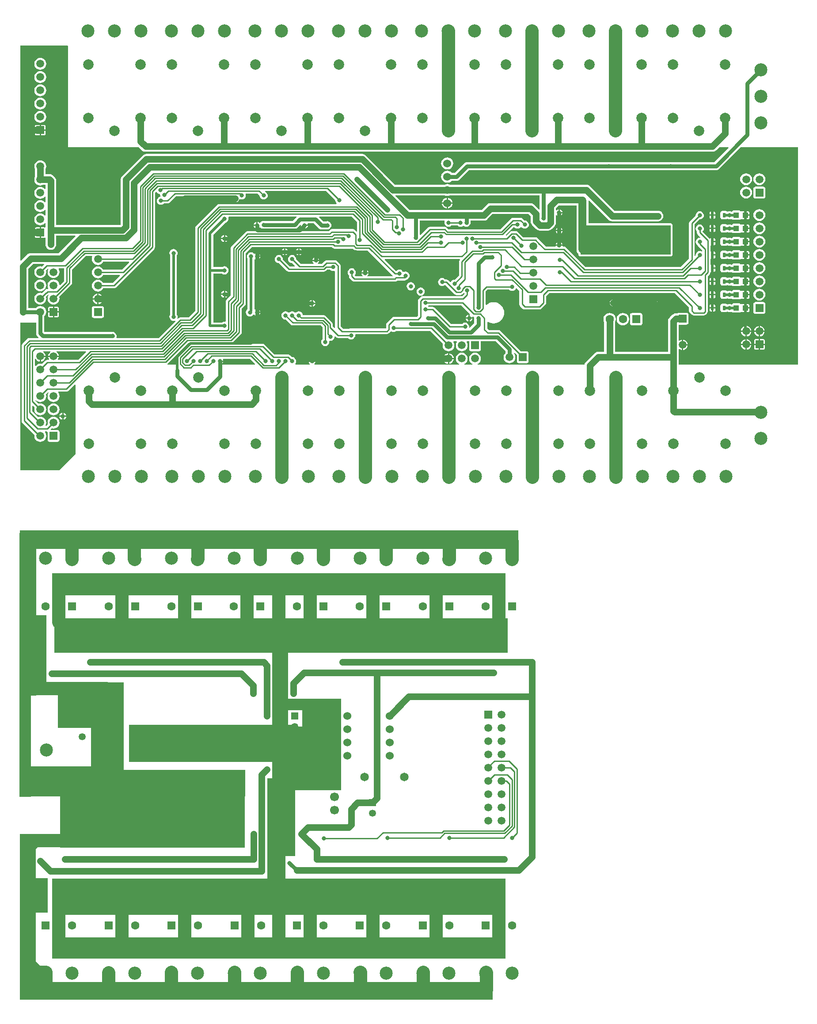
<source format=gbl>
%FSDAX23Y23*%
%MOIN*%
%SFA1B1*%

%IPPOS*%
%ADD12R,0.043300X0.039400*%
%ADD31C,0.059100*%
%ADD36C,0.030000*%
%ADD37C,0.010000*%
%ADD38C,0.050000*%
%ADD39C,0.100000*%
%ADD40C,0.020000*%
%ADD42C,0.040000*%
%ADD47R,0.066900X0.066900*%
%ADD48C,0.066900*%
%ADD49C,0.098400*%
%ADD50R,0.059100X0.059100*%
%ADD51R,0.059100X0.059100*%
%ADD52R,0.063000X0.063000*%
%ADD53C,0.063000*%
%ADD54C,0.053100*%
%ADD55R,0.053100X0.053100*%
%ADD56C,0.065000*%
%ADD57C,0.060000*%
%ADD58C,0.078700*%
%ADD59R,0.072800X0.072800*%
%ADD60C,0.072800*%
%ADD61C,0.053100*%
%ADD62C,0.031500*%
%ADD63R,0.024800X0.032700*%
%ADD64C,0.060000*%
%ADD65R,3.420000X0.160000*%
%ADD66R,3.420000X0.275000*%
%ADD67R,3.420000X0.165000*%
%ADD68R,3.420000X0.260000*%
%ADD69R,0.680000X0.220000*%
%ADD70R,0.120000X1.570000*%
%ADD71R,0.055000X0.510000*%
%ADD72R,1.125000X0.285000*%
%ADD73R,0.770000X0.230000*%
%ADD74R,0.925000X0.205000*%
%ADD75R,1.395000X0.400000*%
%ADD76R,0.245000X0.695000*%
%ADD77R,0.125000X1.225000*%
%ADD78R,0.115000X1.240000*%
%ADD79R,3.570000X0.135000*%
%ADD80R,0.090000X0.815000*%
%ADD81R,0.455000X0.480600*%
%ADD82R,0.440000X0.090000*%
%ADD83R,0.295000X0.170000*%
%ADD84R,0.290000X0.325000*%
%ADD85R,0.085000X0.805000*%
%ADD86R,0.105000X0.530000*%
%ADD87R,3.760000X0.140000*%
%ADD88R,0.075000X0.090000*%
%ADD89R,0.120000X0.260000*%
%LNde-130817-1*%
%LPD*%
G36*
X01615Y08495D02*
Y07735D01*
X02147*
X02171Y07711*
X02179Y07705*
X02189Y07701*
X02200Y07699*
X02790*
X03420*
X04680*
X05305*
X05940*
X06476*
X06486Y07701*
X06496Y07705*
X06504Y07711*
X06528Y07735*
X06596*
X06598Y07730*
X06490Y07622*
X06166*
X06161Y07623*
X06155Y07622*
X05701*
X05696Y07623*
X05690Y07622*
X04626*
X04618Y07621*
X04610Y07618*
X04604Y07613*
X04533Y07542*
X04508*
X04507Y07544*
X04498Y07551*
X04487Y07555*
X04475Y07557*
X04463Y07555*
X04452Y07551*
X04443Y07544*
X04436Y07534*
X04431Y07523*
X04429Y07512*
X04431Y07500*
X04436Y07489*
X04443Y07479*
X04452Y07472*
X04463Y07468*
X04475Y07466*
X04487Y07468*
X04498Y07472*
X04507Y07479*
X04508Y07481*
X04546*
X04553Y07482*
X04561Y07485*
X04567Y07490*
X04638Y07561*
X05690*
X05696Y07561*
X05701Y07561*
X06155*
X06161Y07561*
X06166Y07561*
X06503*
X06510Y07562*
X06518Y07565*
X06524Y07570*
X06688Y07735*
X07120*
Y06095*
X06222*
Y06209*
X06226Y06211*
X06230Y06209*
X06240Y06205*
X06245Y06204*
Y06243*
Y06282*
X06240Y06282*
X06230Y06278*
X06226Y06275*
X06222Y06277*
Y06395*
X06279*
X06285Y06396*
X06290Y06400*
X06294Y06405*
X06295Y06410*
Y06470*
X06294Y06475*
X06290Y06480*
X06285Y06484*
X06279Y06485*
X06220*
X06214Y06484*
X06210Y06480*
X06200*
X06190Y06479*
X06180Y06475*
X06171Y06469*
X06153Y06450*
X06146Y06442*
X06142Y06432*
X06141Y06421*
Y06190*
X05740*
Y06412*
X05740Y06413*
X05745Y06424*
X05747Y06437*
X05745Y06449*
X05740Y06460*
X05733Y06470*
X05723Y06477*
X05712Y06482*
X05700Y06483*
X05688Y06482*
X05676Y06477*
X05667Y06470*
X05659Y06460*
X05655Y06449*
X05653Y06437*
X05655Y06424*
X05659Y06413*
Y06190*
X05615*
X05604Y06189*
X05594Y06184*
X05586Y06178*
X05523Y06115*
X05516Y06106*
X05512Y06097*
X05512Y06095*
X04705*
X04704Y06100*
X04707Y06101*
X04716Y06108*
X04723Y06117*
X04728Y06128*
X04729Y06140*
X04728Y06151*
X04723Y06162*
X04716Y06171*
X04707Y06178*
X04696Y06183*
X04685Y06184*
X04673Y06183*
X04662Y06178*
X04653Y06171*
X04646Y06162*
X04641Y06151*
X04640Y06140*
X04641Y06128*
X04646Y06117*
X04653Y06108*
X04662Y06101*
X04665Y06100*
X04664Y06095*
X04605*
X04604Y06100*
X04607Y06101*
X04616Y06108*
X04623Y06117*
X04628Y06128*
X04629Y06140*
X04628Y06151*
X04623Y06162*
X04616Y06171*
X04607Y06178*
X04596Y06183*
X04585Y06184*
X04573Y06183*
X04562Y06178*
X04553Y06171*
X04546Y06162*
X04541Y06151*
X04540Y06140*
X04541Y06128*
X04546Y06117*
X04553Y06108*
X04562Y06101*
X04565Y06100*
X04564Y06095*
X03473*
X03471Y06100*
X03473Y06101*
X03477Y06107*
X03480Y06113*
X03480Y06115*
X03430*
X03430Y06113*
X03432Y06107*
X03437Y06101*
X03439Y06100*
X03437Y06095*
X03330*
X03328Y06100*
X03331Y06104*
X03335Y06112*
X03336Y06120*
X03335Y06128*
X03331Y06135*
X03326Y06141*
X03320Y06146*
X03313Y06150*
X03305Y06151*
X03303Y06150*
X03288Y06165*
X03282Y06169*
X03274Y06171*
X03172*
X03098Y06245*
X03091Y06249*
X03084Y06251*
X02546*
X02538Y06249*
X02531Y06245*
X02446Y06160*
X02442Y06154*
X02440Y06146*
Y06099*
X02441Y06098*
X02437Y06095*
X02365*
X02363Y06100*
X02364Y06100*
X02521Y06257*
X02844*
X02852Y06259*
X02859Y06263*
X02919Y06323*
X02923Y06330*
X02925Y06338*
Y06516*
X02949Y06540*
X02953Y06547*
X02955Y06555*
Y06934*
X03000Y06979*
X03606*
X03611Y06974*
X03617Y06970*
X03625Y06968*
X03762*
X03770Y06960*
X03777Y06956*
X03785Y06954*
X03876*
X04065Y06765*
X04065Y06763*
X04064Y06760*
X03873*
X03871Y06765*
X03873Y06766*
X03877Y06772*
X03880Y06778*
X03880Y06780*
X03829*
X03829Y06778*
X03832Y06772*
X03836Y06766*
X03838Y06765*
X03836Y06760*
X03783*
X03776Y06767*
Y06768*
X03781Y06774*
X03785Y06782*
X03786Y06790*
X03785Y06798*
X03781Y06805*
X03776Y06811*
X03770Y06816*
X03763Y06820*
X03755Y06821*
X03747Y06820*
X03739Y06816*
X03733Y06811*
X03728Y06805*
X03725Y06798*
X03724Y06790*
X03725Y06782*
X03728Y06774*
X03733Y06768*
X03734Y06766*
Y06760*
X03736Y06752*
X03740Y06745*
X03760Y06725*
X03767Y06721*
X03775Y06719*
X04080*
X04087Y06721*
X04094Y06725*
X04097Y06728*
X04154*
X04162Y06730*
X04168Y06734*
X04169Y06735*
X04175Y06738*
X04181Y06743*
X04186Y06749*
X04190Y06757*
X04191Y06765*
X04190Y06773*
X04186Y06780*
X04181Y06786*
X04175Y06791*
X04168Y06795*
X04160Y06796*
X04152Y06795*
X04148Y06793*
X04141Y06795*
X04136Y06801*
X04130Y06806*
X04123Y06810*
X04115Y06811*
X04107Y06810*
X04099Y06806*
X04093Y06801*
X04087Y06801*
X04003Y06885*
X04005Y06889*
X04569*
X04571Y06885*
X04570Y06884*
X04566Y06877*
X04564Y06870*
Y06768*
X04531Y06735*
X04530Y06736*
X04522Y06735*
X04514Y06731*
X04508Y06726*
X04503Y06720*
X04502Y06717*
X04497Y06716*
X04482Y06731*
X04475Y06735*
X04468Y06737*
X04460*
X04458Y06738*
X04452Y06743*
X04445Y06747*
X04437Y06748*
X04429Y06747*
X04421Y06743*
X04415Y06738*
X04410Y06732*
X04407Y06725*
X04406Y06717*
X04407Y06709*
X04410Y06701*
X04415Y06695*
X04421Y06690*
X04429Y06687*
X04437Y06686*
X04445Y06687*
X04452Y06690*
X04458Y06695*
X04461Y06695*
X04531Y06624*
X04537Y06620*
X04545Y06618*
X04572*
X04580Y06620*
X04581Y06620*
X04582Y06621*
X04589Y06625*
X04597Y06633*
X04602Y06633*
X04603Y06633*
X04603Y06632*
X04603Y06627*
X04587Y06611*
X04290*
X04282Y06609*
X04276Y06605*
X04260Y06589*
X04256Y06582*
X04254Y06575*
Y06463*
X04246Y06455*
X04075*
X04067Y06453*
X04060Y06449*
X04020Y06409*
X04016Y06402*
X04014Y06395*
Y06368*
X04012Y06366*
X03737*
X03733Y06365*
X03688*
X03670Y06383*
Y06840*
X03668Y06847*
X03664Y06854*
X03643Y06875*
X03637Y06879*
X03629Y06881*
X03565*
X03557Y06879*
X03550Y06875*
X03529Y06853*
X03500*
X03498Y06858*
X03501Y06860*
X03505Y06866*
X03508Y06872*
X03508Y06874*
X03457*
X03457Y06872*
X03460Y06866*
X03464Y06860*
X03467Y06858*
X03465Y06853*
X03370*
X03335Y06888*
X03336Y06890*
X03335Y06898*
X03331Y06905*
X03326Y06911*
X03320Y06916*
X03313Y06920*
X03305Y06921*
X03297Y06920*
X03289Y06916*
X03283Y06911*
X03278Y06905*
X03275Y06898*
X03274Y06890*
X03275Y06882*
X03278Y06874*
X03283Y06868*
X03289Y06863*
X03297Y06860*
X03305Y06859*
X03306Y06859*
X03326Y06840*
X03324Y06835*
X03288*
X03235Y06888*
X03236Y06890*
X03235Y06898*
X03231Y06905*
X03226Y06911*
X03220Y06916*
X03213Y06920*
X03205Y06921*
X03197Y06920*
X03189Y06916*
X03183Y06911*
X03178Y06905*
X03175Y06898*
X03174Y06890*
X03175Y06882*
X03178Y06874*
X03183Y06868*
X03189Y06863*
X03197Y06860*
X03205Y06859*
X03206Y06859*
X03265Y06800*
X03272Y06796*
X03280Y06794*
X03545*
X03552Y06796*
X03559Y06800*
X03568Y06809*
X03591*
X03593Y06808*
X03599Y06803*
X03607Y06800*
X03615Y06799*
X03623Y06800*
X03625Y06801*
X03629Y06798*
Y06375*
X03630Y06371*
X03625Y06369*
X03611Y06383*
Y06399*
X03609Y06407*
X03605Y06414*
X03559Y06460*
X03552Y06464*
X03544Y06466*
X03386*
X03385Y06473*
X03382Y06480*
X03377Y06486*
X03370Y06491*
X03363Y06495*
X03355Y06496*
X03347Y06495*
X03339Y06491*
X03333Y06486*
X03332Y06486*
X03327*
X03326Y06486*
X03320Y06491*
X03313Y06495*
X03305Y06496*
X03297Y06495*
X03289Y06491*
X03283Y06487*
X03281Y06486*
X03278*
X03276Y06487*
X03270Y06491*
X03263Y06495*
X03255Y06496*
X03247Y06495*
X03239Y06491*
X03233Y06486*
X03228Y06480*
X03225Y06473*
X03224Y06465*
X03225Y06457*
X03228Y06449*
X03233Y06443*
X03239Y06438*
X03247Y06435*
X03255Y06434*
X03257Y06434*
X03295Y06395*
X03302Y06391*
X03310Y06389*
X03521*
X03534Y06376*
Y06288*
X03533Y06286*
X03528Y06280*
X03525Y06273*
X03524Y06265*
X03525Y06257*
X03528Y06249*
X03533Y06243*
X03539Y06238*
X03547Y06235*
X03555Y06234*
X03563Y06235*
X03570Y06238*
X03576Y06243*
X03581Y06249*
X03585Y06257*
X03586Y06265*
X03585Y06270*
X03585Y06270*
X03589Y06274*
X03589Y06274*
X03595Y06274*
X03603Y06275*
X03610Y06278*
X03616Y06283*
X03621Y06289*
X03625Y06297*
X03625Y06304*
X03630Y06306*
X03636Y06300*
X03643Y06296*
X03651Y06294*
X03726*
X03728Y06293*
X03734Y06288*
X03742Y06285*
X03750Y06284*
X03758Y06285*
X03765Y06288*
X03771Y06293*
X03776Y06299*
X03780Y06307*
X03781Y06315*
X03780Y06320*
X03783Y06325*
X04020*
X04028Y06326*
X04035Y06331*
X04049Y06345*
X04051Y06345*
X04054Y06343*
X04062Y06340*
X04070Y06339*
X04078Y06340*
X04085Y06343*
X04091Y06348*
X04092Y06348*
X04347*
X04442Y06253*
X04441Y06251*
X04440Y06240*
X04441Y06228*
X04446Y06217*
X04453Y06208*
X04462Y06201*
X04473Y06196*
X04485Y06195*
X04496Y06196*
X04507Y06201*
X04516Y06208*
X04523Y06217*
X04528Y06228*
X04529Y06240*
X04528Y06251*
X04523Y06262*
X04521Y06265*
X04524Y06269*
X04546*
X04548Y06265*
X04546Y06262*
X04541Y06251*
X04540Y06240*
X04541Y06228*
X04546Y06217*
X04553Y06208*
X04562Y06201*
X04573Y06196*
X04585Y06195*
X04596Y06196*
X04607Y06201*
X04616Y06208*
X04623Y06217*
X04628Y06228*
X04629Y06240*
X04628Y06251*
X04623Y06262*
X04621Y06265*
X04624Y06269*
X04640*
X04640Y06269*
Y06210*
X04641Y06204*
X04644Y06199*
X04649Y06196*
X04655Y06195*
X04714*
X04720Y06196*
X04725Y06199*
X04728Y06204*
X04729Y06210*
Y06269*
X04730Y06269*
X04842*
X04914Y06197*
Y06182*
X04913Y06181*
X04906Y06172*
X04901Y06161*
X04900Y06150*
X04901Y06138*
X04906Y06127*
X04913Y06118*
X04922Y06111*
X04933Y06106*
X04945Y06105*
X04956Y06106*
X04967Y06111*
X04976Y06118*
X04983Y06127*
X04988Y06138*
X04989Y06150*
X04988Y06161*
X04983Y06172*
X04978Y06180*
X04978Y06180*
X04983Y06182*
X05000Y06166*
Y06120*
X05001Y06114*
X05004Y06109*
X05009Y06106*
X05015Y06105*
X05074*
X05080Y06106*
X05085Y06109*
X05088Y06114*
X05089Y06120*
Y06179*
X05088Y06185*
X05085Y06190*
X05080Y06193*
X05074Y06194*
X05029*
X04874Y06349*
X04867Y06353*
X04860Y06355*
X04788*
X04777Y06366*
Y06414*
X04782Y06417*
X04794Y06410*
X04809Y06406*
X04825Y06404*
X04840Y06406*
X04855Y06410*
X04869Y06418*
X04882Y06428*
X04892Y06440*
X04899Y06454*
X04904Y06469*
X04905Y06485*
X04904Y06500*
X04899Y06515*
X04892Y06529*
X04882Y06542*
X04869Y06552*
X04855Y06559*
X04840Y06564*
X04825Y06565*
X04809Y06564*
X04794Y06559*
X04780Y06552*
X04770Y06543*
X04765Y06546*
Y06646*
X04778Y06659*
X04941*
X04943Y06658*
X04949Y06653*
X04957Y06650*
X04965Y06649*
X04973Y06650*
X04980Y06653*
X04986Y06658*
X04991Y06664*
X04994Y06669*
X04999Y06671*
X05019Y06651*
Y06550*
X05021Y06542*
X05025Y06535*
X05045Y06515*
X05052Y06511*
X05060Y06509*
X05170*
X05177Y06511*
X05184Y06515*
X05215Y06546*
X05220Y06553*
X05221Y06561*
Y06612*
X05243Y06634*
X06191*
X06299Y06526*
Y06500*
X06301Y06492*
X06305Y06485*
X06320Y06470*
X06327Y06466*
X06335Y06464*
X06410*
X06417Y06466*
X06424Y06470*
X06434Y06480*
X06438Y06487*
X06440Y06495*
Y06761*
X06454Y06775*
X06458Y06782*
X06460Y06790*
Y06792*
X06464Y06795*
X06471*
Y06822*
Y06848*
X06464*
X06460Y06851*
Y06892*
X06464Y06895*
X06471*
Y06922*
Y06948*
X06464*
X06460Y06951*
Y06992*
X06464Y06995*
X06471*
Y07022*
Y07048*
X06464*
X06460Y07047*
X06456Y07045*
X06451Y07047*
X06401Y07097*
Y07098*
X06406Y07104*
X06410Y07112*
X06411Y07120*
X06410Y07128*
X06406Y07135*
X06401Y07141*
X06395Y07146*
X06388Y07150*
X06380Y07151*
X06372Y07150*
X06364Y07146*
X06358Y07141*
X06353Y07135*
X06350Y07128*
X06349Y07120*
X06350Y07112*
X06353Y07104*
X06358Y07098*
X06359Y07096*
Y07090*
X06361Y07082*
X06365Y07075*
X06385Y07055*
X06383Y07050*
X06380Y07051*
X06372Y07050*
X06364Y07046*
X06358Y07041*
X06353Y07035*
X06350Y07028*
X06349Y07020*
X06350Y07012*
X06353Y07004*
X06358Y06998*
X06363Y06994*
X06365Y06990*
X06399Y06956*
Y06949*
X06394Y06947*
X06388Y06950*
X06380Y06951*
X06372Y06950*
X06364Y06946*
X06358Y06941*
X06353Y06935*
X06350Y06928*
X06349Y06920*
X06349Y06917*
X06345Y06913*
X06340Y06915*
Y07151*
X06378Y07189*
X06380Y07189*
X06388Y07190*
X06395Y07193*
X06401Y07198*
X06406Y07204*
X06410Y07212*
X06411Y07220*
X06410Y07228*
X06406Y07235*
X06401Y07241*
X06395Y07246*
X06388Y07250*
X06380Y07251*
X06372Y07250*
X06364Y07246*
X06358Y07241*
X06353Y07235*
X06350Y07228*
X06349Y07220*
X06349Y07218*
X06305Y07174*
X06301Y07167*
X06299Y07160*
Y06893*
X06236Y06830*
X05518*
X05370Y06978*
X05363Y06983*
X05355Y06984*
X05347*
X05344Y06989*
X05344Y06990*
X05293*
Y06989*
X05290Y06984*
X05219*
X05184Y07019*
X05184Y07019*
X05158Y07045*
X05157Y07046*
X05154Y07049*
X05147Y07053*
X05140Y07055*
X05048*
X05008Y07095*
X05002Y07099*
X04994Y07101*
X04962*
X04954Y07099*
X04947Y07095*
X04920Y07067*
X04918Y07067*
X04917Y07073*
X04973Y07129*
X04981*
X04983Y07128*
X04989Y07123*
X04997Y07120*
X05005Y07119*
X05013Y07120*
X05020Y07123*
X05026Y07128*
X05029Y07131*
X05035*
X05038Y07128*
X05044Y07123*
X05052Y07120*
X05060Y07119*
X05068Y07120*
X05075Y07123*
X05081Y07128*
X05086Y07134*
X05090Y07142*
X05091Y07150*
X05090Y07158*
X05086Y07165*
X05081Y07171*
X05075Y07176*
X05068Y07180*
X05060Y07181*
X05058Y07180*
X05043Y07195*
X05037Y07199*
X05029Y07201*
X04970*
X04962Y07199*
X04955Y07195*
X04876Y07115*
X04483*
X04471Y07127*
X04464Y07131*
X04457Y07133*
X04343*
X04335Y07131*
X04329Y07127*
X04273Y07072*
X04269Y07074*
Y07179*
X04453*
X04456Y07175*
X04455Y07173*
X04454Y07165*
X04455Y07157*
X04458Y07149*
X04463Y07143*
X04469Y07138*
X04477Y07135*
X04485Y07134*
X04493Y07135*
X04500Y07138*
X04506Y07143*
X04508Y07144*
X04551*
X04553Y07143*
X04559Y07138*
X04567Y07135*
X04575Y07134*
X04583Y07135*
X04590Y07138*
X04593Y07140*
X04597Y07142*
X04601Y07140*
X04604Y07138*
X04612Y07135*
X04620Y07134*
X04628Y07135*
X04635Y07138*
X04641Y07143*
X04646Y07149*
X04650Y07157*
X04651Y07165*
X04650Y07170*
Y07179*
X04750*
X04760Y07181*
X04770Y07185*
X04778Y07191*
X04816Y07229*
X05088*
X05104Y07213*
Y07175*
X05106Y07164*
X05110Y07154*
X05116Y07146*
X05146Y07116*
X05154Y07110*
X05164Y07106*
X05175Y07104*
X05235*
X05245Y07106*
X05255Y07110*
X05263Y07116*
X05283Y07136*
X05289Y07144*
X05294Y07154*
X05295Y07165*
Y07220*
X05300Y07221*
X05300Y07221*
X05305Y07217*
X05312Y07214*
X05313Y07214*
Y07240*
Y07265*
X05312Y07265*
X05305Y07262*
X05300Y07258*
X05300Y07258*
X05295Y07260*
Y07273*
X05317Y07295*
X05450*
Y06963*
X05452Y06951*
X05456Y06940*
X05463Y06930*
X05464Y06930*
Y06925*
X05465Y06919*
X05469Y06914*
X05474Y06910*
X05480Y06909*
X06160*
X06165Y06910*
X06170Y06914*
X06174Y06919*
X06175Y06925*
Y07145*
X06174Y07150*
X06170Y07155*
X06165Y07159*
X06160Y07160*
X05541*
Y07329*
X05541Y07330*
X05545Y07332*
X05691Y07186*
X05699Y07180*
X05709Y07176*
X05720Y07174*
X06065*
X06075Y07176*
X06085Y07180*
X06093Y07186*
X06099Y07194*
X06104Y07204*
X06105Y07215*
X06104Y07225*
X06099Y07235*
X06093Y07243*
X06085Y07249*
X06075Y07254*
X06065Y07255*
X05736*
X05551Y07440*
X05543Y07446*
X05533Y07451*
X05523Y07452*
X04495*
X04487Y07455*
X04475Y07457*
X04463Y07455*
X04455Y07452*
X04081*
X03862Y07671*
X03854Y07677*
X03844Y07682*
X03834Y07683*
X02206*
X02195Y07682*
X02185Y07677*
X02177Y07671*
X02023Y07517*
X02017Y07509*
X02013Y07499*
X02011Y07489*
Y07150*
X02009Y07148*
X01525*
Y07480*
X01524Y07490*
X01519Y07500*
X01513Y07508*
X01503Y07518*
X01495Y07524*
X01485Y07529*
X01475Y07530*
X01445*
Y07571*
X01448Y07578*
X01450Y07590*
X01448Y07601*
X01444Y07612*
X01437Y07621*
X01427Y07628*
X01416Y07633*
X01405Y07634*
X01393Y07633*
X01382Y07628*
X01373Y07621*
X01366Y07612*
X01361Y07601*
X01360Y07590*
X01361Y07578*
X01365Y07571*
Y07509*
X01361Y07501*
X01360Y07490*
X01361Y07478*
X01366Y07467*
X01373Y07458*
X01382Y07451*
X01393Y07446*
X01405Y07445*
X01416Y07446*
X01424Y07449*
X01444*
Y07420*
X01439Y07418*
X01437Y07421*
X01427Y07428*
X01416Y07433*
X01405Y07434*
X01393Y07433*
X01382Y07428*
X01373Y07421*
X01366Y07412*
X01361Y07401*
X01360Y07390*
X01361Y07378*
X01366Y07367*
X01373Y07358*
X01382Y07351*
X01393Y07346*
X01405Y07345*
X01416Y07346*
X01427Y07351*
X01437Y07358*
X01439Y07361*
X01444Y07359*
Y07320*
X01439Y07318*
X01437Y07321*
X01427Y07328*
X01416Y07333*
X01405Y07334*
X01393Y07333*
X01382Y07328*
X01373Y07321*
X01366Y07312*
X01361Y07301*
X01360Y07290*
X01361Y07278*
X01366Y07267*
X01373Y07258*
X01382Y07251*
X01393Y07246*
X01405Y07245*
X01416Y07246*
X01427Y07251*
X01437Y07258*
X01439Y07261*
X01444Y07259*
Y07220*
X01439Y07218*
X01437Y07221*
X01427Y07228*
X01416Y07233*
X01405Y07234*
X01393Y07233*
X01382Y07228*
X01373Y07221*
X01366Y07212*
X01361Y07201*
X01360Y07190*
X01361Y07178*
X01366Y07167*
X01373Y07158*
X01382Y07151*
X01393Y07146*
X01405Y07145*
X01416Y07146*
X01427Y07151*
X01437Y07158*
X01439Y07161*
X01444Y07159*
Y07131*
X01439Y07128*
X01438Y07128*
X01434Y07129*
X01410*
Y07090*
Y07050*
X01434*
X01438Y07051*
X01439Y07051*
X01444Y07049*
Y07000*
X01446Y06989*
X01450Y06979*
X01456Y06971*
X01464Y06965*
X01474Y06961*
X01485Y06959*
X01495Y06961*
X01505Y06965*
X01513Y06971*
X01519Y06979*
X01524Y06989*
X01525Y07000*
Y07067*
X01669*
X01671Y07063*
X01543Y06935*
X01335*
X01324Y06934*
X01314Y06929*
X01306Y06923*
X01260Y06877*
X01255Y06879*
Y07685*
Y08500*
X01610*
X01615Y08495*
G37*
G36*
X05172Y07266D02*
X05167Y07264D01*
X05133Y07298*
X05125Y07304*
X05115Y07309*
X05105Y07310*
X04800*
X04789Y07309*
X04779Y07304*
X04771Y07298*
X04733Y07260*
X04191*
X04085Y07367*
X04086Y07371*
X04455*
X04463Y07368*
X04475Y07366*
X04487Y07368*
X04495Y07371*
X05172*
Y07266*
G37*
G36*
X04645Y06475D02*
X04645Y06473D01*
Y06450*
X04665*
X04665Y06451*
X04664Y06452*
X04668Y06456*
X04673Y06455*
X04676*
X04679Y06450*
X04679Y06445*
X04679Y06439*
Y06407*
X04645Y06372*
X04640Y06375*
X04641Y06380*
X04640Y06388*
X04636Y06395*
X04631Y06401*
X04625Y06406*
X04618Y06410*
X04610Y06411*
X04602Y06410*
X04594Y06406*
X04588Y06401*
X04586Y06400*
X04503*
X04379Y06524*
X04372Y06528*
X04365Y06530*
X04333*
X04331Y06531*
X04332Y06536*
X04335Y06539*
X04581*
X04645Y06475*
G37*
G36*
X03026Y06099D02*
X03024Y06095D01*
X02777*
X02776Y06100*
X02778Y06101*
X02782Y06107*
X02785Y06113*
X02785Y06115*
X02760*
Y06125*
X02785*
X02785Y06126*
X02782Y06133*
X02782Y06133*
X02784Y06138*
X02987*
X03026Y06099*
G37*
G36*
X03629Y07336D02*
X03629Y07335D01*
X03630Y07327*
X03633Y07319*
X03638Y07313*
X03641Y07310*
X03639Y07305*
X02755*
X02747Y07303*
X02740Y07299*
X02580Y07139*
X02576Y07132*
X02574Y07125*
Y06498*
X02526Y06450*
X02461*
X02453Y06448*
X02446Y06444*
X02442Y06439*
X02438Y06442*
X02440Y06447*
X02441Y06455*
X02440Y06463*
X02436Y06470*
X02435Y06472*
Y06917*
X02436Y06919*
X02440Y06927*
X02441Y06935*
X02440Y06943*
X02436Y06950*
X02431Y06956*
X02425Y06961*
X02418Y06965*
X02410Y06966*
X02402Y06965*
X02394Y06961*
X02388Y06956*
X02383Y06950*
X02380Y06943*
X02379Y06935*
X02380Y06927*
X02383Y06919*
X02384Y06917*
Y06472*
X02383Y06470*
X02380Y06463*
X02379Y06455*
X02380Y06447*
X02383Y06439*
X02388Y06433*
X02394Y06428*
X02402Y06425*
X02410Y06424*
X02418Y06425*
X02422Y06426*
X02425Y06422*
X02297Y06295*
X01981*
X01979Y06299*
X01980Y06302*
X01981Y06310*
X01980Y06318*
X01976Y06325*
X01971Y06331*
X01965Y06336*
X01958Y06340*
X01950Y06341*
X01944Y06340*
X01437*
X01435Y06342*
Y06459*
X01437Y06460*
X01444Y06469*
X01448Y06480*
X01450Y06492*
X01448Y06503*
X01444Y06514*
X01437Y06523*
X01427Y06530*
X01416Y06535*
X01405Y06536*
X01393Y06535*
X01382Y06530*
X01373Y06523*
X01372Y06522*
X01313*
Y06816*
X01351Y06854*
X01432*
X01434Y06849*
X01419Y06834*
X01416Y06835*
X01405Y06836*
X01393Y06835*
X01382Y06830*
X01373Y06823*
X01366Y06814*
X01361Y06803*
X01360Y06792*
X01361Y06780*
X01366Y06769*
X01373Y06760*
X01382Y06753*
X01393Y06748*
X01405Y06747*
X01416Y06748*
X01427Y06753*
X01437Y06760*
X01444Y06769*
X01448Y06780*
X01450Y06792*
X01448Y06803*
X01447Y06805*
X01460Y06818*
X01462Y06817*
X01463Y06817*
X01465Y06812*
X01461Y06803*
X01460Y06792*
X01461Y06780*
X01466Y06769*
X01473Y06760*
X01482Y06753*
X01493Y06748*
X01505Y06747*
X01516Y06748*
X01527Y06753*
X01537Y06760*
X01544Y06769*
X01548Y06780*
X01550Y06792*
X01548Y06803*
X01544Y06814*
X01543Y06815*
X01545Y06819*
X01584*
Y06725*
X01554Y06695*
X01549Y06697*
X01548Y06703*
X01544Y06714*
X01537Y06723*
X01527Y06730*
X01516Y06735*
X01505Y06736*
X01493Y06735*
X01482Y06730*
X01473Y06723*
X01466Y06714*
X01461Y06703*
X01460Y06692*
X01461Y06680*
X01466Y06670*
X01464Y06665*
X01460*
X01452Y06663*
X01445Y06659*
X01439Y06652*
X01433Y06649*
X01419Y06634*
X01416Y06635*
X01405Y06636*
X01393Y06635*
X01382Y06630*
X01373Y06623*
X01366Y06614*
X01361Y06603*
X01360Y06592*
X01361Y06580*
X01366Y06569*
X01373Y06560*
X01382Y06553*
X01393Y06548*
X01405Y06547*
X01416Y06548*
X01427Y06553*
X01437Y06560*
X01444Y06569*
X01448Y06580*
X01450Y06592*
X01448Y06603*
X01447Y06605*
X01459Y06617*
X01464Y06620*
X01466Y06622*
X01469Y06619*
X01466Y06614*
X01461Y06603*
X01460Y06592*
X01461Y06580*
X01466Y06569*
X01473Y06560*
X01482Y06553*
X01493Y06548*
X01505Y06547*
X01516Y06548*
X01527Y06553*
X01537Y06560*
X01544Y06569*
X01548Y06580*
X01550Y06592*
X01548Y06603*
X01547Y06605*
X01639Y06697*
X01643Y06703*
X01645Y06711*
Y06810*
X01748Y06914*
X01796*
X01799Y06909*
X01796Y06901*
X01795Y06890*
X01796Y06878*
X01801Y06867*
X01808Y06858*
X01817Y06851*
X01828Y06846*
X01840Y06845*
X01851Y06846*
X01862Y06851*
X01871Y06858*
X01878Y06867*
X01879Y06869*
X02074*
X02076Y06865*
X02021Y06810*
X01879*
X01878Y06812*
X01871Y06821*
X01862Y06828*
X01851Y06833*
X01840Y06834*
X01828Y06833*
X01817Y06828*
X01808Y06821*
X01801Y06812*
X01796Y06801*
X01795Y06790*
X01796Y06778*
X01801Y06767*
X01808Y06758*
X01817Y06751*
X01828Y06746*
X01840Y06745*
X01851Y06746*
X01862Y06751*
X01871Y06758*
X01878Y06767*
X01879Y06769*
X02004*
X02006Y06765*
X01951Y06710*
X01879*
X01878Y06712*
X01871Y06721*
X01862Y06728*
X01851Y06733*
X01840Y06734*
X01828Y06733*
X01817Y06728*
X01808Y06721*
X01801Y06712*
X01796Y06701*
X01795Y06690*
X01796Y06678*
X01801Y06667*
X01808Y06658*
X01817Y06651*
X01828Y06646*
X01840Y06645*
X01851Y06646*
X01862Y06651*
X01871Y06658*
X01878Y06667*
X01879Y06669*
X01960*
X01967Y06671*
X01974Y06675*
X02264Y06965*
X02268Y06972*
X02270Y06980*
Y07391*
X02277Y07398*
X02282Y07397*
X02283Y07394*
X02288Y07388*
X02294Y07383*
X02302Y07380*
X02309Y07379*
X02309Y07375*
X02310Y07367*
X02311Y07364*
X02308Y07360*
X02307Y07360*
X02299Y07356*
X02293Y07351*
X02288Y07345*
X02285Y07338*
X02284Y07330*
X02285Y07322*
X02288Y07314*
X02293Y07308*
X02299Y07303*
X02307Y07300*
X02315Y07299*
X02323Y07300*
X02330Y07303*
X02336Y07308*
X02338Y07309*
X02365*
X02372Y07311*
X02379Y07315*
X02428Y07364*
X02856*
X02858Y07359*
X02857Y07358*
X02854Y07351*
X02854Y07350*
X02880*
Y07345*
X02885*
Y07319*
X02886Y07319*
X02893Y07322*
X02898Y07326*
X02902Y07332*
X02905Y07338*
X02905Y07340*
X02907Y07341*
X02910Y07342*
X02917Y07340*
X02925Y07339*
X02933Y07340*
X02940Y07343*
X02946Y07348*
X02951Y07354*
X02955Y07362*
X02956Y07370*
X02955Y07378*
X02954Y07380*
X02956Y07384*
X03046*
X03059Y07371*
X03059Y07370*
X03060Y07362*
X03063Y07354*
X03068Y07348*
X03074Y07343*
X03082Y07340*
X03090Y07339*
X03098Y07340*
X03105Y07343*
X03111Y07348*
X03116Y07354*
X03120Y07362*
X03121Y07370*
X03120Y07378*
X03116Y07385*
X03111Y07391*
X03105Y07396*
X03101Y07398*
X03102Y07403*
X03562*
X03629Y07336*
G37*
G36*
X01375Y06329D02*
X01376Y06321D01*
X01379Y06314*
X01383Y06308*
X01392Y06300*
X01390Y06295*
X01323*
X01315Y06293*
X01308Y06289*
X01270Y06251*
X01266Y06244*
X01264Y06236*
Y05669*
X01266Y05661*
X01270Y05655*
X01361Y05564*
X01360Y05557*
X01361Y05545*
X01366Y05534*
X01373Y05525*
X01382Y05518*
X01393Y05513*
X01405Y05512*
X01416Y05513*
X01427Y05518*
X01437Y05525*
X01444Y05534*
X01448Y05545*
X01450Y05557*
X01448Y05568*
X01444Y05579*
X01440Y05584*
X01442Y05589*
X01456*
X01459Y05587*
X01460Y05584*
Y05527*
X01461Y05521*
X01465Y05516*
X01469Y05513*
X01475Y05512*
X01534*
X01540Y05513*
X01545Y05516*
X01549Y05521*
X01550Y05527*
Y05586*
X01549Y05592*
X01545Y05597*
X01540Y05600*
X01534Y05601*
X01485*
X01483Y05606*
X01491Y05614*
X01493Y05613*
X01505Y05612*
X01516Y05613*
X01527Y05618*
X01537Y05625*
X01544Y05634*
X01548Y05645*
X01550Y05657*
X01548Y05668*
X01544Y05679*
X01537Y05688*
X01527Y05695*
X01516Y05700*
X01505Y05701*
X01493Y05700*
X01482Y05695*
X01473Y05688*
X01466Y05679*
X01461Y05668*
X01460Y05657*
X01461Y05645*
X01462Y05643*
X01451Y05631*
X01447Y05632*
X01445Y05637*
X01448Y05645*
X01450Y05657*
X01448Y05668*
X01444Y05679*
X01437Y05688*
X01427Y05695*
X01416Y05700*
X01405Y05701*
X01393Y05700*
X01389Y05698*
X01345Y05743*
Y05781*
X01350Y05783*
X01362Y05770*
X01361Y05768*
X01360Y05757*
X01361Y05745*
X01366Y05734*
X01373Y05725*
X01382Y05718*
X01393Y05713*
X01405Y05712*
X01416Y05713*
X01427Y05718*
X01437Y05725*
X01444Y05734*
X01448Y05745*
X01450Y05757*
X01448Y05768*
X01444Y05779*
X01437Y05788*
X01427Y05795*
X01416Y05800*
X01405Y05801*
X01393Y05800*
X01391Y05799*
X01367Y05823*
X01368Y05824*
X01373Y05825*
X01373Y05825*
X01382Y05818*
X01393Y05813*
X01405Y05812*
X01416Y05813*
X01427Y05818*
X01437Y05825*
X01444Y05834*
X01448Y05845*
X01450Y05857*
X01448Y05868*
X01447Y05870*
X01463Y05886*
X01465Y05886*
X01467Y05881*
X01466Y05879*
X01461Y05868*
X01460Y05857*
X01461Y05845*
X01466Y05834*
X01473Y05825*
X01482Y05818*
X01493Y05813*
X01505Y05812*
X01516Y05813*
X01527Y05818*
X01537Y05825*
X01544Y05834*
X01548Y05845*
X01550Y05857*
X01548Y05868*
X01544Y05879*
X01540Y05884*
X01542Y05889*
X01601*
X01609Y05891*
X01616Y05895*
X01665Y05944*
X01670Y05942*
Y05420*
X01605Y05355*
X01547Y05297*
X01255*
Y06410*
X01375*
Y06329*
G37*
G36*
X03794Y07171D02*
Y07100D01*
X03790Y07098*
X03778Y07110*
X03772Y07114*
X03764Y07116*
X03605*
X03597Y07114*
X03591Y07110*
X03581Y07100*
X02969*
X02961Y07098*
X02955Y07094*
X02848Y06987*
X02844Y06980*
X02842Y06973*
Y06616*
X02810Y06584*
X02806Y06577*
X02804Y06570*
Y06420*
X02799Y06416*
X02795Y06417*
X02787Y06416*
X02779Y06413*
X02777Y06412*
X02710*
Y06779*
X02777*
X02779Y06778*
X02787Y06775*
X02795Y06774*
X02803Y06775*
X02810Y06778*
X02816Y06783*
X02821Y06789*
X02825Y06797*
X02826Y06805*
X02825Y06813*
X02821Y06820*
X02816Y06826*
X02810Y06831*
X02803Y06835*
X02795Y06836*
X02787Y06835*
X02779Y06831*
X02777Y06830*
X02710*
Y07074*
X02800Y07164*
X02803Y07165*
X02810Y07168*
X02816Y07173*
X02821Y07179*
X02825Y07187*
X02826Y07195*
X02825Y07203*
X02823Y07205*
X02827Y07210*
X03337*
X03339Y07206*
X03311Y07178*
X03095*
X03090Y07179*
X03082Y07178*
X03074Y07175*
X03068Y07170*
X03064Y07165*
X03060Y07164*
X03060Y07164*
X03057Y07164*
X03053Y07168*
X03047Y07170*
X03045Y07170*
Y07145*
Y07120*
X03047Y07120*
X03053Y07123*
X03058Y07127*
X03060Y07128*
X03066*
X03068Y07126*
X03074Y07121*
X03082Y07118*
X03090Y07117*
X03095Y07118*
X03324*
X03332Y07119*
X03339Y07122*
X03345Y07127*
X03367Y07148*
X03372Y07146*
X03372Y07145*
X03372Y07138*
X03375Y07132*
X03379Y07127*
X03385Y07123*
X03391Y07120*
X03393Y07120*
Y07145*
X03398*
Y07150*
X03423*
X03423Y07152*
X03422Y07154*
X03425Y07159*
X03469*
X03505Y07123*
X03511Y07118*
X03519Y07115*
X03527Y07114*
X03564*
X03570Y07114*
X03578Y07115*
X03585Y07118*
X03591Y07123*
X03596Y07129*
X03600Y07137*
X03601Y07145*
X03600Y07153*
X03596Y07160*
X03591Y07166*
X03585Y07171*
X03578Y07175*
X03570Y07176*
X03564Y07175*
X03539*
X03508Y07206*
X03510Y07210*
X03755*
X03794Y07171*
G37*
G36*
X01751Y06190D02*
X01691Y06130D01*
X01540*
X01538Y06134*
X01539Y06137*
X01543Y06146*
X01544Y06152*
X01505*
X01466*
X01466Y06146*
X01470Y06137*
X01472Y06134*
X01470Y06130*
X01458*
X01450Y06128*
X01443Y06124*
X01419Y06099*
X01416Y06100*
X01405Y06101*
X01393Y06100*
X01382Y06095*
X01373Y06088*
X01370Y06084*
X01365Y06086*
Y06095*
Y06137*
X01370Y06138*
X01370Y06137*
X01377Y06128*
X01385Y06122*
X01395Y06118*
X01400Y06117*
Y06157*
X01405*
Y06162*
X01444*
X01443Y06167*
X01439Y06176*
X01433Y06185*
X01427Y06189*
X01429Y06194*
X01481*
X01482Y06189*
X01477Y06185*
X01470Y06176*
X01466Y06167*
X01466Y06162*
X01505*
X01544*
X01543Y06167*
X01539Y06176*
X01533Y06185*
X01527Y06189*
X01529Y06194*
X01749*
X01751Y06190*
G37*
%LNde-130817-2*%
%LPC*%
G36*
X06678Y06557D02*
X06635D01*
X06629Y06555*
X06624Y06552*
X06621Y06547*
X06616Y06548*
X06613Y06550*
X06605Y06551*
X06597Y06550*
X06591Y06547*
X06588*
X06587Y06549*
X06582Y06552*
X06576Y06553*
X06551*
X06546Y06552*
X06541Y06549*
X06537Y06544*
X06536Y06538*
Y06505*
X06537Y06499*
X06541Y06494*
X06546Y06491*
X06551Y06490*
X06576*
X06582Y06491*
X06587Y06494*
X06589Y06493*
X06597Y06490*
X06605Y06489*
X06613Y06490*
X06620Y06493*
X06623Y06492*
X06624Y06491*
X06629Y06488*
X06635Y06487*
X06678*
X06684Y06488*
X06689Y06491*
X06690Y06493*
X06694Y06495*
X06696Y06494*
X06698Y06492*
X06702Y06492*
X06718*
Y06522*
Y06551*
X06702*
X06698Y06551*
X06696Y06550*
X06694Y06548*
X06690Y06551*
X06689Y06552*
X06684Y06555*
X06678Y06557*
G37*
G36*
X05722Y06585D02*
X05721Y06585D01*
X05714Y06582*
X05709Y06578*
X05705Y06573*
X05702Y06566*
X05702Y06565*
X05722*
Y06585*
G37*
G36*
X05732D02*
Y06565D01*
X05753*
X05753Y06566*
X05750Y06573*
X05746Y06578*
X05740Y06582*
X05734Y06585*
X05732Y06585*
G37*
G36*
X03460Y06581D02*
Y06561D01*
X03480*
X03480Y06562*
X03477Y06569*
X03473Y06574*
X03468Y06578*
X03462Y06581*
X03460Y06581*
G37*
G36*
X03450D02*
X03448Y06581D01*
X03442Y06578*
X03437Y06574*
X03432Y06569*
X03430Y06562*
X03430Y06561*
X03450*
Y06581*
G37*
G36*
X06745Y06551D02*
X06728D01*
Y06527*
X06755*
Y06541*
X06754Y06545*
X06752Y06548*
X06749Y06551*
X06745Y06551*
G37*
G36*
X06471Y06548D02*
X06464D01*
X06460Y06547*
X06456Y06545*
X06454Y06542*
X06453Y06538*
Y06527*
X06471*
Y06548*
G37*
G36*
X06488D02*
X06481D01*
Y06527*
X06499*
Y06538*
X06498Y06542*
X06496Y06545*
X06492Y06547*
X06488Y06548*
G37*
G36*
X06499Y06517D02*
X06481D01*
Y06495*
X06488*
X06492Y06496*
X06496Y06498*
X06498Y06501*
X06499Y06505*
Y06517*
G37*
G36*
X05753Y06555D02*
X05732D01*
Y06534*
X05734Y06534*
X05740Y06537*
X05746Y06541*
X05750Y06547*
X05753Y06553*
X05753Y06555*
G37*
G36*
X06030D02*
X06009D01*
X06009Y06553*
X06012Y06547*
X06016Y06541*
X06022Y06537*
X06028Y06534*
X06030Y06534*
Y06555*
G37*
G36*
X06060D02*
X06040D01*
Y06534*
X06041Y06534*
X06048Y06537*
X06053Y06541*
X06057Y06547*
X06060Y06553*
X06060Y06555*
G37*
G36*
X03450Y06551D02*
X03430D01*
X03430Y06549*
X03432Y06543*
X03437Y06537*
X03442Y06533*
X03448Y06530*
X03450Y06530*
Y06551*
G37*
G36*
X03480D02*
X03460D01*
Y06530*
X03462Y06530*
X03468Y06533*
X03473Y06537*
X03477Y06543*
X03480Y06549*
X03480Y06551*
G37*
G36*
X05722Y06555D02*
X05702D01*
X05702Y06553*
X05705Y06547*
X05709Y06541*
X05714Y06537*
X05721Y06534*
X05722Y06534*
Y06555*
G37*
G36*
X06030Y06585D02*
X06028Y06585D01*
X06022Y06582*
X06016Y06578*
X06012Y06573*
X06009Y06566*
X06009Y06565*
X06030*
Y06585*
G37*
G36*
X06471Y06648D02*
X06464D01*
X06460Y06647*
X06456Y06645*
X06454Y06642*
X06453Y06638*
Y06627*
X06471*
Y06648*
G37*
G36*
X06488D02*
X06481D01*
Y06627*
X06499*
Y06638*
X06498Y06642*
X06496Y06645*
X06492Y06647*
X06488Y06648*
G37*
G36*
X06678Y06657D02*
X06635D01*
X06629Y06655*
X06624Y06652*
X06621Y06647*
X06616Y06648*
X06613Y06650*
X06605Y06651*
X06597Y06650*
X06591Y06647*
X06588*
X06587Y06649*
X06582Y06652*
X06576Y06653*
X06551*
X06546Y06652*
X06541Y06649*
X06537Y06644*
X06536Y06638*
Y06605*
X06537Y06599*
X06541Y06594*
X06546Y06591*
X06551Y06590*
X06576*
X06582Y06591*
X06587Y06594*
X06589Y06593*
X06597Y06590*
X06605Y06589*
X06613Y06590*
X06620Y06593*
X06623Y06592*
X06624Y06591*
X06629Y06588*
X06635Y06587*
X06678*
X06684Y06588*
X06689Y06591*
X06690Y06593*
X06694Y06595*
X06696Y06594*
X06698Y06592*
X06702Y06592*
X06718*
Y06622*
Y06651*
X06702*
X06698Y06651*
X06696Y06650*
X06694Y06648*
X06690Y06651*
X06689Y06652*
X06684Y06655*
X06678Y06657*
G37*
G36*
X06471Y06717D02*
X06453D01*
Y06705*
X06454Y06701*
X06456Y06698*
X06460Y06696*
X06464Y06695*
X06471*
Y06717*
G37*
G36*
X06499D02*
X06481D01*
Y06695*
X06488*
X06492Y06696*
X06496Y06698*
X06498Y06701*
X06499Y06705*
Y06717*
G37*
G36*
X06755D02*
X06728D01*
Y06692*
X06745*
X06749Y06692*
X06752Y06695*
X06754Y06698*
X06755Y06702*
Y06717*
G37*
G36*
X04200Y06716D02*
X04192Y06715D01*
X04184Y06711*
X04178Y06706*
X04173Y06700*
X04170Y06693*
X04169Y06685*
X04170Y06677*
X04173Y06669*
X04178Y06663*
X04184Y06658*
X04192Y06655*
X04200Y06654*
X04208Y06655*
X04215Y06658*
X04221Y06663*
X04226Y06669*
X04230Y06677*
X04231Y06685*
X04230Y06693*
X04226Y06700*
X04221Y06706*
X04215Y06711*
X04208Y06715*
X04200Y06716*
G37*
G36*
X06830Y06766D02*
X06818Y06765D01*
X06807Y06760*
X06798Y06753*
X06791Y06744*
X06786Y06733*
X06785Y06722*
X06786Y06710*
X06791Y06699*
X06798Y06690*
X06807Y06683*
X06818Y06678*
X06830Y06677*
X06841Y06678*
X06852Y06683*
X06862Y06690*
X06869Y06699*
X06873Y06710*
X06875Y06722*
X06873Y06733*
X06869Y06744*
X06862Y06753*
X06852Y06760*
X06841Y06765*
X06830Y06766*
G37*
G36*
X06755Y06617D02*
X06728D01*
Y06592*
X06745*
X06749Y06592*
X06752Y06595*
X06754Y06598*
X06755Y06602*
Y06617*
G37*
G36*
X06040Y06585D02*
Y06565D01*
X06060*
X06060Y06566*
X06057Y06573*
X06053Y06578*
X06048Y06582*
X06041Y06585*
X06040Y06585*
G37*
G36*
X06830Y06666D02*
X06818Y06665D01*
X06807Y06660*
X06798Y06653*
X06791Y06644*
X06786Y06633*
X06785Y06622*
X06786Y06610*
X06791Y06599*
X06798Y06590*
X06807Y06583*
X06818Y06578*
X06830Y06577*
X06841Y06578*
X06852Y06583*
X06862Y06590*
X06869Y06599*
X06873Y06610*
X06875Y06622*
X06873Y06633*
X06869Y06644*
X06862Y06653*
X06852Y06660*
X06841Y06665*
X06830Y06666*
G37*
G36*
X06471Y06617D02*
X06453D01*
Y06605*
X06454Y06601*
X06456Y06598*
X06460Y06596*
X06464Y06595*
X06471*
Y06617*
G37*
G36*
X04275Y06676D02*
X04267Y06675D01*
X04259Y06671*
X04253Y06666*
X04248Y06660*
X04245Y06653*
X04244Y06645*
X04245Y06637*
X04248Y06629*
X04253Y06623*
X04259Y06618*
X04267Y06615*
X04275Y06614*
X04283Y06615*
X04290Y06618*
X04296Y06623*
X04301Y06629*
X04305Y06637*
X04306Y06645*
X04305Y06653*
X04301Y06660*
X04296Y06666*
X04290Y06671*
X04283Y06675*
X04275Y06676*
G37*
G36*
X06745Y06651D02*
X06728D01*
Y06627*
X06755*
Y06641*
X06754Y06645*
X06752Y06648*
X06749Y06651*
X06745Y06651*
G37*
G36*
X06499Y06617D02*
X06481D01*
Y06595*
X06488*
X06492Y06596*
X06496Y06598*
X06498Y06601*
X06499Y06605*
Y06617*
G37*
G36*
X06471Y06517D02*
X06453D01*
Y06505*
X06454Y06501*
X06456Y06498*
X06460Y06496*
X06464Y06495*
X06471*
Y06517*
G37*
G36*
X06870Y06242D02*
X06835D01*
Y06207*
X06859*
X06863Y06208*
X06867Y06210*
X06869Y06213*
X06870Y06217*
Y06242*
G37*
G36*
X06725D02*
X06691D01*
X06691Y06236*
X06695Y06227*
X06702Y06218*
X06710Y06212*
X06720Y06208*
X06725Y06207*
Y06242*
G37*
G36*
X06825D02*
X06790D01*
Y06217*
X06791Y06213*
X06793Y06210*
X06796Y06208*
X06800Y06207*
X06825*
Y06242*
G37*
G36*
X04490Y06179D02*
Y06145D01*
X04524*
X04523Y06150*
X04519Y06159*
X04513Y06168*
X04504Y06174*
X04495Y06178*
X04490Y06179*
G37*
G36*
X06289Y06238D02*
X06255D01*
Y06204*
X06260Y06205*
X06270Y06209*
X06278Y06215*
X06284Y06223*
X06288Y06233*
X06289Y06238*
G37*
G36*
X06725Y06286D02*
X06720Y06285D01*
X06710Y06281*
X06702Y06275*
X06695Y06266*
X06691Y06257*
X06691Y06252*
X06725*
Y06286*
G37*
G36*
X06735D02*
Y06252D01*
X06769*
X06768Y06257*
X06764Y06266*
X06758Y06275*
X06750Y06281*
X06740Y06285*
X06735Y06286*
G37*
G36*
X06825Y06286D02*
X06800D01*
X06796Y06285*
X06793Y06283*
X06791Y06280*
X06790Y06276*
Y06252*
X06825*
Y06286*
G37*
G36*
X06769Y06242D02*
X06735D01*
Y06207*
X06740Y06208*
X06750Y06212*
X06758Y06218*
X06764Y06227*
X06768Y06236*
X06769Y06242*
G37*
G36*
X06255Y06282D02*
Y06248D01*
X06289*
X06288Y06253*
X06284Y06263*
X06278Y06271*
X06270Y06278*
X06260Y06282*
X06255Y06282*
G37*
G36*
X04480Y06179D02*
X04474Y06178D01*
X04465Y06174*
X04456Y06168*
X04450Y06159*
X04446Y06150*
X04445Y06145*
X04480*
Y06179*
G37*
G36*
X03450Y06145D02*
X03448Y06145D01*
X03442Y06142*
X03437Y06138*
X03432Y06133*
X03430Y06126*
X03430Y06125*
X03450*
Y06145*
G37*
G36*
X03460D02*
Y06125D01*
X03480*
X03480Y06126*
X03477Y06133*
X03473Y06138*
X03468Y06142*
X03462Y06145*
X03460Y06145*
G37*
G36*
X04480Y06135D02*
X04445D01*
X04446Y06129*
X04450Y06120*
X04456Y06111*
X04465Y06105*
X04474Y06101*
X04480Y06100*
Y06135*
G37*
G36*
X04524D02*
X04490D01*
Y06100*
X04495Y06101*
X04504Y06105*
X04513Y06111*
X04519Y06120*
X04523Y06129*
X04524Y06135*
G37*
G36*
X06755Y06517D02*
X06728D01*
Y06492*
X06745*
X06749Y06492*
X06752Y06495*
X06754Y06498*
X06755Y06502*
Y06517*
G37*
G36*
X03045Y06513D02*
Y06493D01*
X03065*
X03065Y06494*
X03062Y06501*
X03058Y06506*
X03053Y06510*
X03047Y06513*
X03045Y06513*
G37*
G36*
X06859Y06566D02*
X06800D01*
X06794Y06565*
X06790Y06562*
X06786Y06557*
X06785Y06551*
Y06492*
X06786Y06486*
X06790Y06481*
X06794Y06478*
X06800Y06477*
X06859*
X06865Y06478*
X06870Y06481*
X06874Y06486*
X06875Y06492*
Y06551*
X06874Y06557*
X06870Y06562*
X06865Y06565*
X06859Y06566*
G37*
G36*
X03065Y06483D02*
X03045D01*
Y06462*
X03047Y06462*
X03053Y06465*
X03058Y06469*
X03062Y06475*
X03065Y06481*
X03065Y06483*
G37*
G36*
X05931Y06483D02*
X05868D01*
X05863Y06482*
X05858Y06479*
X05854Y06474*
X05853Y06468*
Y06405*
X05854Y06399*
X05858Y06394*
X05863Y06391*
X05868Y06390*
X05931*
X05937Y06391*
X05942Y06394*
X05945Y06399*
X05947Y06405*
Y06468*
X05945Y06474*
X05942Y06479*
X05937Y06482*
X05931Y06483*
G37*
G36*
X06769Y06342D02*
X06735D01*
Y06307*
X06740Y06308*
X06750Y06312*
X06758Y06318*
X06764Y06327*
X06768Y06336*
X06769Y06342*
G37*
G36*
X06869D02*
X06835D01*
Y06307*
X06840Y06308*
X06850Y06312*
X06858Y06318*
X06864Y06327*
X06868Y06336*
X06869Y06342*
G37*
G36*
X06825D02*
X06791D01*
X06791Y06336*
X06795Y06327*
X06802Y06318*
X06810Y06312*
X06820Y06308*
X06825Y06307*
Y06342*
G37*
G36*
X06859Y06286D02*
X06835D01*
Y06252*
X06870*
Y06276*
X06869Y06280*
X06867Y06283*
X06863Y06285*
X06859Y06286*
G37*
G36*
X06725Y06342D02*
X06691D01*
X06691Y06336*
X06695Y06327*
X06702Y06318*
X06710Y06312*
X06720Y06308*
X06725Y06307*
Y06342*
G37*
G36*
X06835Y06386D02*
Y06352D01*
X06869*
X06868Y06357*
X06864Y06366*
X06858Y06375*
X06850Y06381*
X06840Y06385*
X06835Y06386*
G37*
G36*
X05800Y06483D02*
X05788Y06482D01*
X05776Y06477*
X05767Y06470*
X05759Y06460*
X05755Y06449*
X05753Y06437*
X05755Y06424*
X05759Y06413*
X05767Y06403*
X05776Y06396*
X05788Y06391*
X05800Y06390*
X05812Y06391*
X05823Y06396*
X05833Y06403*
X05840Y06413*
X05845Y06424*
X05847Y06437*
X05845Y06449*
X05840Y06460*
X05833Y06470*
X05823Y06477*
X05812Y06482*
X05800Y06483*
G37*
G36*
X06735Y06386D02*
Y06352D01*
X06769*
X06768Y06357*
X06764Y06366*
X06758Y06375*
X06750Y06381*
X06740Y06385*
X06735Y06386*
G37*
G36*
X06725D02*
X06720Y06385D01*
X06710Y06381*
X06702Y06375*
X06695Y06366*
X06691Y06357*
X06691Y06352*
X06725*
Y06386*
G37*
G36*
X06825D02*
X06820Y06385D01*
X06810Y06381*
X06802Y06375*
X06795Y06366*
X06791Y06357*
X06791Y06352*
X06825*
Y06386*
G37*
G36*
X06830Y07266D02*
X06818Y07265D01*
X06807Y07260*
X06798Y07253*
X06791Y07244*
X06786Y07233*
X06785Y07222*
X06786Y07210*
X06791Y07199*
X06798Y07190*
X06807Y07183*
X06818Y07178*
X06830Y07177*
X06841Y07178*
X06852Y07183*
X06862Y07190*
X06869Y07199*
X06873Y07210*
X06875Y07222*
X06873Y07233*
X06869Y07244*
X06862Y07253*
X06852Y07260*
X06841Y07265*
X06830Y07266*
G37*
G36*
X06678Y07157D02*
X06635D01*
X06629Y07155*
X06624Y07152*
X06621Y07147*
X06616Y07148*
X06613Y07150*
X06605Y07151*
X06597Y07150*
X06591Y07147*
X06588*
X06587Y07149*
X06582Y07152*
X06576Y07153*
X06551*
X06546Y07152*
X06541Y07149*
X06537Y07144*
X06536Y07138*
Y07105*
X06537Y07099*
X06541Y07094*
X06546Y07091*
X06551Y07090*
X06576*
X06582Y07091*
X06587Y07094*
X06589Y07093*
X06597Y07090*
X06605Y07089*
X06613Y07090*
X06620Y07093*
X06623Y07092*
X06624Y07091*
X06629Y07088*
X06635Y07087*
X06678*
X06684Y07088*
X06689Y07091*
X06690Y07093*
X06694Y07095*
X06696Y07094*
X06698Y07092*
X06702Y07092*
X06718*
Y07122*
Y07151*
X06702*
X06698Y07151*
X06696Y07150*
X06694Y07148*
X06690Y07151*
X06689Y07152*
X06684Y07155*
X06678Y07157*
G37*
G36*
X06471Y07148D02*
X06464D01*
X06460Y07147*
X06456Y07145*
X06454Y07142*
X06453Y07138*
Y07127*
X06471*
Y07148*
G37*
G36*
X06488D02*
X06481D01*
Y07127*
X06499*
Y07138*
X06498Y07142*
X06496Y07145*
X06492Y07147*
X06488Y07148*
G37*
G36*
X06755Y07217D02*
X06728D01*
Y07192*
X06745*
X06749Y07192*
X06752Y07195*
X06754Y07198*
X06755Y07202*
Y07217*
G37*
G36*
X06745Y07251D02*
X06728D01*
Y07227*
X06755*
Y07241*
X06754Y07245*
X06752Y07248*
X06749Y07251*
X06745Y07251*
G37*
G36*
X06471Y07248D02*
X06464D01*
X06460Y07247*
X06456Y07245*
X06454Y07242*
X06453Y07238*
Y07227*
X06471*
Y07248*
G37*
G36*
X05344Y07235D02*
X05323D01*
Y07214*
X05325Y07214*
X05331Y07217*
X05337Y07221*
X05341Y07227*
X05343Y07233*
X05344Y07235*
G37*
G36*
X06471Y07217D02*
X06453D01*
Y07205*
X06454Y07201*
X06456Y07198*
X06460Y07196*
X06464Y07195*
X06471*
Y07217*
G37*
G36*
X06499D02*
X06481D01*
Y07195*
X06488*
X06492Y07196*
X06496Y07198*
X06498Y07201*
X06499Y07205*
Y07217*
G37*
G36*
X01400Y07129D02*
X01375D01*
X01371Y07128*
X01368Y07126*
X01366Y07123*
X01365Y07119*
Y07095*
X01400*
Y07129*
G37*
G36*
X06471Y07117D02*
X06453D01*
Y07105*
X06454Y07101*
X06456Y07098*
X06460Y07096*
X06464Y07095*
X06471*
Y07117*
G37*
G36*
X06755D02*
X06728D01*
Y07092*
X06745*
X06749Y07092*
X06752Y07095*
X06754Y07098*
X06755Y07102*
Y07117*
G37*
G36*
X05315Y07100D02*
X05294D01*
X05294Y07098*
X05297Y07092*
X05301Y07086*
X05307Y07082*
X05313Y07079*
X05315Y07079*
Y07100*
G37*
G36*
X05345D02*
X05325D01*
Y07079*
X05326Y07079*
X05333Y07082*
X05338Y07086*
X05342Y07092*
X05345Y07098*
X05345Y07100*
G37*
G36*
X06499Y07117D02*
X06481D01*
Y07095*
X06488*
X06492Y07096*
X06496Y07098*
X06498Y07101*
X06499Y07105*
Y07117*
G37*
G36*
X06745Y07151D02*
X06728D01*
Y07127*
X06755*
Y07141*
X06754Y07145*
X06752Y07148*
X06749Y07151*
X06745Y07151*
G37*
G36*
X05315Y07130D02*
X05313Y07130D01*
X05307Y07127*
X05301Y07123*
X05297Y07118*
X05294Y07111*
X05294Y07110*
X05315*
Y07130*
G37*
G36*
X05325D02*
Y07110D01*
X05345*
X05345Y07111*
X05342Y07118*
X05338Y07123*
X05333Y07127*
X05326Y07130*
X05325Y07130*
G37*
G36*
X01445Y07858D02*
X01410D01*
Y07823*
X01434*
X01438Y07824*
X01442Y07826*
X01444Y07829*
X01445Y07833*
Y07858*
G37*
G36*
X01400Y07902D02*
X01375D01*
X01371Y07902*
X01368Y07899*
X01366Y07896*
X01365Y07892*
Y07868*
X01400*
Y07902*
G37*
G36*
Y07858D02*
X01365D01*
Y07833*
X01366Y07829*
X01368Y07826*
X01371Y07824*
X01375Y07823*
X01400*
Y07858*
G37*
G36*
X06830Y07536D02*
X06818Y07535D01*
X06807Y07530*
X06798Y07523*
X06791Y07514*
X06786Y07503*
X06785Y07492*
X06786Y07480*
X06791Y07469*
X06798Y07460*
X06807Y07453*
X06818Y07448*
X06830Y07447*
X06841Y07448*
X06852Y07453*
X06862Y07460*
X06869Y07469*
X06873Y07480*
X06875Y07492*
X06873Y07503*
X06869Y07514*
X06862Y07523*
X06852Y07530*
X06841Y07535*
X06830Y07536*
G37*
G36*
X04475Y07657D02*
X04463Y07655D01*
X04452Y07651*
X04443Y07644*
X04436Y07634*
X04431Y07623*
X04429Y07612*
X04431Y07600*
X04436Y07589*
X04443Y07579*
X04452Y07572*
X04463Y07568*
X04475Y07566*
X04487Y07568*
X04498Y07572*
X04507Y07579*
X04514Y07589*
X04519Y07600*
X04520Y07612*
X04519Y07623*
X04514Y07634*
X04507Y07644*
X04498Y07651*
X04487Y07655*
X04475Y07657*
G37*
G36*
X01434Y07902D02*
X01410D01*
Y07868*
X01445*
Y07892*
X01444Y07896*
X01442Y07899*
X01438Y07902*
X01434Y07902*
G37*
G36*
X01405Y08308D02*
X01393Y08306D01*
X01382Y08302*
X01373Y08294*
X01366Y08285*
X01361Y08274*
X01360Y08263*
X01361Y08251*
X01366Y08240*
X01373Y08231*
X01382Y08224*
X01393Y08219*
X01405Y08218*
X01416Y08219*
X01427Y08224*
X01437Y08231*
X01444Y08240*
X01448Y08251*
X01450Y08263*
X01448Y08274*
X01444Y08285*
X01437Y08294*
X01427Y08302*
X01416Y08306*
X01405Y08308*
G37*
G36*
Y08408D02*
X01393Y08406D01*
X01382Y08402*
X01373Y08394*
X01366Y08385*
X01361Y08374*
X01360Y08363*
X01361Y08351*
X01366Y08340*
X01373Y08331*
X01382Y08324*
X01393Y08319*
X01405Y08318*
X01416Y08319*
X01427Y08324*
X01437Y08331*
X01444Y08340*
X01448Y08351*
X01450Y08363*
X01448Y08374*
X01444Y08385*
X01437Y08394*
X01427Y08402*
X01416Y08406*
X01405Y08408*
G37*
G36*
Y08208D02*
X01393Y08206D01*
X01382Y08202*
X01373Y08194*
X01366Y08185*
X01361Y08174*
X01360Y08163*
X01361Y08151*
X01366Y08140*
X01373Y08131*
X01382Y08124*
X01393Y08119*
X01405Y08118*
X01416Y08119*
X01427Y08124*
X01437Y08131*
X01444Y08140*
X01448Y08151*
X01450Y08163*
X01448Y08174*
X01444Y08185*
X01437Y08194*
X01427Y08202*
X01416Y08206*
X01405Y08208*
G37*
G36*
Y08008D02*
X01393Y08006D01*
X01382Y08002*
X01373Y07994*
X01366Y07985*
X01361Y07974*
X01360Y07963*
X01361Y07951*
X01366Y07940*
X01373Y07931*
X01382Y07924*
X01393Y07919*
X01405Y07918*
X01416Y07919*
X01427Y07924*
X01437Y07931*
X01444Y07940*
X01448Y07951*
X01450Y07963*
X01448Y07974*
X01444Y07985*
X01437Y07994*
X01427Y08002*
X01416Y08006*
X01405Y08008*
G37*
G36*
Y08108D02*
X01393Y08106D01*
X01382Y08102*
X01373Y08094*
X01366Y08085*
X01361Y08074*
X01360Y08063*
X01361Y08051*
X01366Y08040*
X01373Y08031*
X01382Y08024*
X01393Y08019*
X01405Y08018*
X01416Y08019*
X01427Y08024*
X01437Y08031*
X01444Y08040*
X01448Y08051*
X01450Y08063*
X01448Y08074*
X01444Y08085*
X01437Y08094*
X01427Y08102*
X01416Y08106*
X01405Y08108*
G37*
G36*
X06678Y07257D02*
X06635D01*
X06629Y07255*
X06624Y07252*
X06621Y07247*
X06616Y07248*
X06613Y07250*
X06605Y07251*
X06597Y07250*
X06591Y07247*
X06588*
X06587Y07249*
X06582Y07252*
X06576Y07253*
X06551*
X06546Y07252*
X06541Y07249*
X06537Y07244*
X06536Y07238*
Y07205*
X06537Y07199*
X06541Y07194*
X06546Y07191*
X06551Y07190*
X06576*
X06582Y07191*
X06587Y07194*
X06589Y07193*
X06597Y07190*
X06605Y07189*
X06613Y07190*
X06620Y07193*
X06623Y07192*
X06624Y07191*
X06629Y07188*
X06635Y07187*
X06678*
X06684Y07188*
X06689Y07191*
X06690Y07193*
X06694Y07195*
X06696Y07194*
X06698Y07192*
X06702Y07192*
X06718*
Y07222*
Y07251*
X06702*
X06698Y07251*
X06696Y07250*
X06694Y07248*
X06690Y07251*
X06689Y07252*
X06684Y07255*
X06678Y07257*
G37*
G36*
X06488Y07248D02*
X06481D01*
Y07227*
X06499*
Y07238*
X06498Y07242*
X06496Y07245*
X06492Y07247*
X06488Y07248*
G37*
G36*
X05323Y07265D02*
Y07245D01*
X05344*
X05343Y07246*
X05341Y07253*
X05337Y07258*
X05331Y07262*
X05325Y07265*
X05323Y07265*
G37*
G36*
X06859Y07436D02*
X06800D01*
X06794Y07435*
X06790Y07432*
X06786Y07427*
X06785Y07421*
Y07362*
X06786Y07356*
X06790Y07351*
X06794Y07348*
X06800Y07347*
X06859*
X06865Y07348*
X06870Y07351*
X06874Y07356*
X06875Y07362*
Y07421*
X06874Y07427*
X06870Y07432*
X06865Y07435*
X06859Y07436*
G37*
G36*
X06730Y07536D02*
X06718Y07535D01*
X06707Y07530*
X06698Y07523*
X06691Y07514*
X06686Y07503*
X06685Y07492*
X06686Y07480*
X06691Y07469*
X06698Y07460*
X06707Y07453*
X06718Y07448*
X06730Y07447*
X06741Y07448*
X06752Y07453*
X06762Y07460*
X06769Y07469*
X06773Y07480*
X06775Y07492*
X06773Y07503*
X06769Y07514*
X06762Y07523*
X06752Y07530*
X06741Y07535*
X06730Y07536*
G37*
G36*
Y07436D02*
X06718Y07435D01*
X06707Y07430*
X06698Y07423*
X06691Y07414*
X06686Y07403*
X06685Y07392*
X06686Y07380*
X06691Y07369*
X06698Y07360*
X06707Y07353*
X06718Y07348*
X06730Y07347*
X06741Y07348*
X06752Y07353*
X06762Y07360*
X06769Y07369*
X06773Y07380*
X06775Y07392*
X06773Y07403*
X06769Y07414*
X06762Y07423*
X06752Y07430*
X06741Y07435*
X06730Y07436*
G37*
G36*
X06830Y07166D02*
X06818Y07165D01*
X06807Y07160*
X06798Y07153*
X06791Y07144*
X06786Y07133*
X06785Y07122*
X06786Y07110*
X06791Y07099*
X06798Y07090*
X06807Y07083*
X06818Y07078*
X06830Y07077*
X06841Y07078*
X06852Y07083*
X06862Y07090*
X06869Y07099*
X06873Y07110*
X06875Y07122*
X06873Y07133*
X06869Y07144*
X06862Y07153*
X06852Y07160*
X06841Y07165*
X06830Y07166*
G37*
G36*
X03488Y06904D02*
Y06884D01*
X03508*
X03508Y06885*
X03505Y06892*
X03501Y06897*
X03496Y06901*
X03489Y06904*
X03488Y06904*
G37*
G36*
X02995Y06941D02*
X02987Y06940D01*
X02979Y06936*
X02973Y06931*
X02968Y06925*
X02965Y06918*
X02964Y06910*
X02965Y06902*
X02968Y06894*
X02969Y06892*
Y06513*
X02965Y06509*
X02960Y06503*
X02957Y06496*
X02956Y06488*
X02957Y06480*
X02960Y06472*
X02965Y06466*
X02971Y06461*
X02979Y06458*
X02987Y06457*
X02995Y06458*
X03002Y06461*
X03008Y06466*
X03013Y06472*
X03019Y06472*
X03022Y06469*
X03027Y06465*
X03033Y06462*
X03035Y06462*
Y06488*
Y06513*
X03033Y06513*
X03027Y06510*
X03025Y06509*
X03020Y06511*
Y06887*
X03025Y06889*
X03027Y06888*
X03033Y06885*
X03035Y06885*
Y06911*
Y06936*
X03033Y06936*
X03027Y06933*
X03024Y06930*
X03017Y06931*
X03016Y06931*
X03010Y06936*
X03003Y06940*
X02995Y06941*
G37*
G36*
X03478Y06904D02*
X03476Y06904D01*
X03470Y06901*
X03464Y06897*
X03460Y06892*
X03457Y06885*
X03457Y06884*
X03478*
Y06904*
G37*
G36*
X06678Y06857D02*
X06635D01*
X06629Y06855*
X06624Y06852*
X06621Y06847*
X06616Y06848*
X06613Y06850*
X06605Y06851*
X06597Y06850*
X06591Y06847*
X06588*
X06587Y06849*
X06582Y06852*
X06576Y06853*
X06551*
X06546Y06852*
X06541Y06849*
X06537Y06844*
X06536Y06838*
Y06805*
X06537Y06799*
X06541Y06794*
X06546Y06791*
X06551Y06790*
X06576*
X06582Y06791*
X06587Y06794*
X06589Y06793*
X06597Y06790*
X06605Y06789*
X06613Y06790*
X06620Y06793*
X06623Y06792*
X06624Y06791*
X06629Y06788*
X06635Y06787*
X06678*
X06684Y06788*
X06689Y06791*
X06690Y06793*
X06694Y06795*
X06696Y06794*
X06698Y06792*
X06702Y06792*
X06718*
Y06822*
Y06851*
X06702*
X06698Y06851*
X06696Y06850*
X06694Y06848*
X06690Y06851*
X06689Y06852*
X06684Y06855*
X06678Y06857*
G37*
G36*
X06830Y06966D02*
X06818Y06965D01*
X06807Y06960*
X06798Y06953*
X06791Y06944*
X06786Y06933*
X06785Y06922*
X06786Y06910*
X06791Y06899*
X06798Y06890*
X06807Y06883*
X06818Y06878*
X06830Y06877*
X06841Y06878*
X06852Y06883*
X06862Y06890*
X06869Y06899*
X06873Y06910*
X06875Y06922*
X06873Y06933*
X06869Y06944*
X06862Y06953*
X06852Y06960*
X06841Y06965*
X06830Y06966*
G37*
G36*
X03065Y06906D02*
X03045D01*
Y06885*
X03047Y06885*
X03053Y06888*
X03058Y06892*
X03062Y06898*
X03065Y06904*
X03065Y06906*
G37*
G36*
X03245Y06940D02*
X03224D01*
X03224Y06938*
X03227Y06932*
X03231Y06926*
X03237Y06922*
X03243Y06919*
X03245Y06919*
Y06940*
G37*
G36*
X03275D02*
X03255D01*
Y06919*
X03256Y06919*
X03263Y06922*
X03268Y06926*
X03272Y06932*
X03275Y06938*
X03275Y06940*
G37*
G36*
X03045Y06936D02*
Y06916D01*
X03065*
X03065Y06917*
X03062Y06924*
X03058Y06929*
X03053Y06933*
X03047Y06936*
X03045Y06936*
G37*
G36*
X06755Y06917D02*
X06728D01*
Y06892*
X06745*
X06749Y06892*
X06752Y06895*
X06754Y06898*
X06755Y06902*
Y06917*
G37*
G36*
X06499D02*
X06481D01*
Y06895*
X06488*
X06492Y06896*
X06496Y06898*
X06498Y06901*
X06499Y06905*
Y06917*
G37*
G36*
X06678Y06757D02*
X06635D01*
X06629Y06755*
X06624Y06752*
X06621Y06747*
X06616Y06748*
X06613Y06750*
X06605Y06751*
X06597Y06750*
X06591Y06747*
X06588*
X06587Y06749*
X06582Y06752*
X06576Y06753*
X06551*
X06546Y06752*
X06541Y06749*
X06537Y06744*
X06536Y06738*
Y06705*
X06537Y06699*
X06541Y06694*
X06546Y06691*
X06551Y06690*
X06576*
X06582Y06691*
X06587Y06694*
X06589Y06693*
X06597Y06690*
X06605Y06689*
X06613Y06690*
X06620Y06693*
X06623Y06692*
X06624Y06691*
X06629Y06688*
X06635Y06687*
X06678*
X06684Y06688*
X06689Y06691*
X06690Y06693*
X06694Y06695*
X06696Y06694*
X06698Y06692*
X06702Y06692*
X06718*
Y06722*
Y06751*
X06702*
X06698Y06751*
X06696Y06750*
X06694Y06748*
X06690Y06751*
X06689Y06752*
X06684Y06755*
X06678Y06757*
G37*
G36*
X06830Y06866D02*
X06818Y06865D01*
X06807Y06860*
X06798Y06853*
X06791Y06844*
X06786Y06833*
X06785Y06822*
X06786Y06810*
X06791Y06799*
X06798Y06790*
X06807Y06783*
X06818Y06778*
X06830Y06777*
X06841Y06778*
X06852Y06783*
X06862Y06790*
X06869Y06799*
X06873Y06810*
X06875Y06822*
X06873Y06833*
X06869Y06844*
X06862Y06853*
X06852Y06860*
X06841Y06865*
X06830Y06866*
G37*
G36*
X06488Y06748D02*
X06481D01*
Y06727*
X06499*
Y06738*
X06498Y06742*
X06496Y06745*
X06492Y06747*
X06488Y06748*
G37*
G36*
X06745Y06751D02*
X06728D01*
Y06727*
X06755*
Y06741*
X06754Y06745*
X06752Y06748*
X06749Y06751*
X06745Y06751*
G37*
G36*
X06471Y06748D02*
X06464D01*
X06460Y06747*
X06456Y06745*
X06454Y06742*
X06453Y06738*
Y06727*
X06471*
Y06748*
G37*
G36*
X03850Y06810D02*
X03848Y06810D01*
X03842Y06807*
X03836Y06803*
X03832Y06798*
X03829Y06791*
X03829Y06790*
X03850*
Y06810*
G37*
G36*
X06745Y06851D02*
X06728D01*
Y06827*
X06755*
Y06841*
X06754Y06845*
X06752Y06848*
X06749Y06851*
X06745Y06851*
G37*
G36*
X06488Y06848D02*
X06481D01*
Y06827*
X06499*
Y06838*
X06498Y06842*
X06496Y06845*
X06492Y06847*
X06488Y06848*
G37*
G36*
X06499Y06817D02*
X06481D01*
Y06795*
X06488*
X06492Y06796*
X06496Y06798*
X06498Y06801*
X06499Y06805*
Y06817*
G37*
G36*
X03860Y06810D02*
Y06790D01*
X03880*
X03880Y06791*
X03877Y06798*
X03873Y06803*
X03868Y06807*
X03861Y06810*
X03860Y06810*
G37*
G36*
X06755Y06817D02*
X06728D01*
Y06792*
X06745*
X06749Y06792*
X06752Y06795*
X06754Y06798*
X06755Y06802*
Y06817*
G37*
G36*
X05323Y07020D02*
Y07000D01*
X05344*
X05343Y07001*
X05341Y07008*
X05337Y07013*
X05331Y07017*
X05325Y07020*
X05323Y07020*
G37*
G36*
X06499Y07017D02*
X06481D01*
Y06995*
X06488*
X06492Y06996*
X06496Y06998*
X06498Y07001*
X06499Y07005*
Y07017*
G37*
G36*
X05313Y07020D02*
X05312Y07020D01*
X05305Y07017*
X05300Y07013*
X05296Y07008*
X05293Y07001*
X05293Y07000*
X05313*
Y07020*
G37*
G36*
X06745Y07051D02*
X06728D01*
Y07027*
X06755*
Y07041*
X06754Y07045*
X06752Y07048*
X06749Y07051*
X06745Y07051*
G37*
G36*
X01400Y07085D02*
X01365D01*
Y07060*
X01366Y07056*
X01368Y07053*
X01371Y07051*
X01375Y07050*
X01400*
Y07085*
G37*
G36*
X06488Y07048D02*
X06481D01*
Y07027*
X06499*
Y07038*
X06498Y07042*
X06496Y07045*
X06492Y07047*
X06488Y07048*
G37*
G36*
X06678Y07057D02*
X06635D01*
X06629Y07055*
X06624Y07052*
X06621Y07047*
X06616Y07048*
X06613Y07050*
X06605Y07051*
X06597Y07050*
X06591Y07047*
X06588*
X06587Y07049*
X06582Y07052*
X06576Y07053*
X06551*
X06546Y07052*
X06541Y07049*
X06537Y07044*
X06536Y07038*
Y07005*
X06537Y06999*
X06541Y06994*
X06546Y06991*
X06551Y06990*
X06576*
X06582Y06991*
X06587Y06994*
X06589Y06993*
X06597Y06990*
X06605Y06989*
X06613Y06990*
X06620Y06993*
X06623Y06992*
X06624Y06991*
X06629Y06988*
X06635Y06987*
X06678*
X06684Y06988*
X06689Y06991*
X06690Y06993*
X06694Y06995*
X06696Y06994*
X06698Y06992*
X06702Y06992*
X06718*
Y07022*
Y07051*
X06702*
X06698Y07051*
X06696Y07050*
X06694Y07048*
X06690Y07051*
X06689Y07052*
X06684Y07055*
X06678Y07057*
G37*
G36*
X06488Y06948D02*
X06481D01*
Y06927*
X06499*
Y06938*
X06498Y06942*
X06496Y06945*
X06492Y06947*
X06488Y06948*
G37*
G36*
X06678Y06957D02*
X06635D01*
X06629Y06955*
X06624Y06952*
X06621Y06947*
X06616Y06948*
X06613Y06950*
X06605Y06951*
X06597Y06950*
X06591Y06947*
X06588*
X06587Y06949*
X06582Y06952*
X06576Y06953*
X06551*
X06546Y06952*
X06541Y06949*
X06537Y06944*
X06536Y06938*
Y06905*
X06537Y06899*
X06541Y06894*
X06546Y06891*
X06551Y06890*
X06576*
X06582Y06891*
X06587Y06894*
X06589Y06893*
X06597Y06890*
X06605Y06889*
X06613Y06890*
X06620Y06893*
X06623Y06892*
X06624Y06891*
X06629Y06888*
X06635Y06887*
X06678*
X06684Y06888*
X06689Y06891*
X06690Y06893*
X06694Y06895*
X06696Y06894*
X06698Y06892*
X06702Y06892*
X06718*
Y06922*
Y06951*
X06702*
X06698Y06951*
X06696Y06950*
X06694Y06948*
X06690Y06951*
X06689Y06952*
X06684Y06955*
X06678Y06957*
G37*
G36*
X06745Y06951D02*
X06728D01*
Y06927*
X06755*
Y06941*
X06754Y06945*
X06752Y06948*
X06749Y06951*
X06745Y06951*
G37*
G36*
X03351Y06940D02*
X03330D01*
X03330Y06938*
X03333Y06932*
X03337Y06926*
X03343Y06922*
X03349Y06919*
X03351Y06919*
Y06940*
G37*
G36*
X03381D02*
X03361D01*
Y06919*
X03362Y06919*
X03369Y06922*
X03374Y06926*
X03378Y06932*
X03381Y06938*
X03381Y06940*
G37*
G36*
X03245Y06970D02*
X03243Y06970D01*
X03237Y06967*
X03231Y06963*
X03227Y06958*
X03224Y06951*
X03224Y06950*
X03245*
Y06970*
G37*
G36*
X06830Y07066D02*
X06818Y07065D01*
X06807Y07060*
X06798Y07053*
X06791Y07044*
X06786Y07033*
X06785Y07022*
X06786Y07010*
X06791Y06999*
X06798Y06990*
X06807Y06983*
X06818Y06978*
X06830Y06977*
X06841Y06978*
X06852Y06983*
X06862Y06990*
X06869Y06999*
X06873Y07010*
X06875Y07022*
X06873Y07033*
X06869Y07044*
X06862Y07053*
X06852Y07060*
X06841Y07065*
X06830Y07066*
G37*
G36*
X06755Y07017D02*
X06728D01*
Y06992*
X06745*
X06749Y06992*
X06752Y06995*
X06754Y06998*
X06755Y07002*
Y07017*
G37*
G36*
X03361Y06970D02*
Y06950D01*
X03381*
X03381Y06951*
X03378Y06958*
X03374Y06963*
X03369Y06967*
X03362Y06970*
X03361Y06970*
G37*
G36*
X03255D02*
Y06950D01*
X03275*
X03275Y06951*
X03272Y06958*
X03268Y06963*
X03263Y06967*
X03256Y06970*
X03255Y06970*
G37*
G36*
X03351D02*
X03349Y06970D01*
X03343Y06967*
X03337Y06963*
X03333Y06958*
X03330Y06951*
X03330Y06950*
X03351*
Y06970*
G37*
G36*
X04470Y07307D02*
X04435D01*
X04436Y07301*
X04440Y07291*
X04446Y07283*
X04455Y07277*
X04464Y07273*
X04470Y07272*
Y07307*
G37*
G36*
X04515D02*
X04480D01*
Y07272*
X04485Y07273*
X04495Y07277*
X04503Y07283*
X04510Y07291*
X04514Y07301*
X04515Y07307*
G37*
G36*
X04470Y07351D02*
X04464Y07351D01*
X04455Y07346*
X04446Y07340*
X04440Y07332*
X04436Y07322*
X04435Y07317*
X04470*
Y07351*
G37*
G36*
X04480D02*
Y07317D01*
X04515*
X04514Y07322*
X04510Y07332*
X04503Y07340*
X04495Y07346*
X04485Y07351*
X04480Y07351*
G37*
G36*
X04635Y06470D02*
X04633Y06470D01*
X04627Y06467*
X04621Y06463*
X04617Y06458*
X04614Y06451*
X04614Y06450*
X04635*
Y06470*
G37*
G36*
Y06440D02*
X04614D01*
X04614Y06438*
X04617Y06432*
X04621Y06426*
X04627Y06422*
X04633Y06419*
X04635Y06419*
Y06440*
G37*
G36*
X04665D02*
X04645D01*
Y06419*
X04646Y06419*
X04653Y06422*
X04658Y06426*
X04662Y06432*
X04665Y06438*
X04665Y06440*
G37*
G36*
X01835Y06585D02*
X01800D01*
X01801Y06579*
X01805Y06570*
X01811Y06561*
X01820Y06555*
X01829Y06551*
X01835Y06550*
Y06585*
G37*
G36*
X01879D02*
X01845D01*
Y06550*
X01850Y06551*
X01859Y06555*
X01868Y06561*
X01874Y06570*
X01878Y06579*
X01879Y06585*
G37*
G36*
X01500Y06531D02*
X01475D01*
X01471Y06530*
X01468Y06528*
X01466Y06525*
X01465Y06521*
Y06497*
X01500*
Y06531*
G37*
G36*
X01534D02*
X01510D01*
Y06497*
X01545*
Y06521*
X01544Y06525*
X01542Y06528*
X01538Y06530*
X01534Y06531*
G37*
G36*
X01405Y06736D02*
X01393Y06735D01*
X01382Y06730*
X01373Y06723*
X01366Y06714*
X01361Y06703*
X01360Y06692*
X01361Y06680*
X01366Y06669*
X01373Y06660*
X01382Y06653*
X01393Y06648*
X01405Y06647*
X01416Y06648*
X01427Y06653*
X01437Y06660*
X01444Y06669*
X01448Y06680*
X01450Y06692*
X01448Y06703*
X01444Y06714*
X01437Y06723*
X01427Y06730*
X01416Y06735*
X01405Y06736*
G37*
G36*
X01835Y06629D02*
X01829Y06628D01*
X01820Y06624*
X01811Y06618*
X01805Y06609*
X01801Y06600*
X01800Y06595*
X01835*
Y06629*
G37*
G36*
X01845D02*
Y06595D01*
X01879*
X01878Y06600*
X01874Y06609*
X01868Y06618*
X01859Y06624*
X01850Y06628*
X01845Y06629*
G37*
G36*
X01500Y06487D02*
X01465D01*
Y06462*
X01466Y06458*
X01468Y06455*
X01471Y06453*
X01475Y06452*
X01500*
Y06487*
G37*
G36*
X01869Y06534D02*
X01810D01*
X01804Y06533*
X01799Y06530*
X01796Y06525*
X01795Y06519*
Y06460*
X01796Y06454*
X01799Y06449*
X01804Y06446*
X01810Y06445*
X01869*
X01875Y06446*
X01880Y06449*
X01883Y06454*
X01884Y06460*
Y06519*
X01883Y06525*
X01880Y06530*
X01875Y06533*
X01869Y06534*
G37*
G36*
X01545Y06487D02*
X01510D01*
Y06452*
X01534*
X01538Y06453*
X01542Y06455*
X01544Y06458*
X01545Y06462*
Y06487*
G37*
G36*
X02875Y07340D02*
X02854D01*
X02854Y07338*
X02857Y07332*
X02861Y07326*
X02867Y07322*
X02873Y07319*
X02875Y07319*
Y07340*
G37*
G36*
X01580Y05730D02*
Y05710D01*
X01600*
X01600Y05711*
X01597Y05718*
X01593Y05723*
X01588Y05727*
X01581Y05730*
X01580Y05730*
G37*
G36*
X01505Y05801D02*
X01493Y05800D01*
X01482Y05795*
X01473Y05788*
X01466Y05779*
X01461Y05768*
X01460Y05757*
X01461Y05745*
X01466Y05734*
X01473Y05725*
X01482Y05718*
X01493Y05713*
X01505Y05712*
X01516Y05713*
X01527Y05718*
X01537Y05725*
X01544Y05734*
X01548Y05745*
X01550Y05757*
X01548Y05768*
X01544Y05779*
X01537Y05788*
X01527Y05795*
X01516Y05800*
X01505Y05801*
G37*
G36*
X01570Y05730D02*
X01568Y05730D01*
X01562Y05727*
X01556Y05723*
X01552Y05718*
X01549Y05711*
X01549Y05710*
X01570*
Y05730*
G37*
G36*
Y05700D02*
X01549D01*
X01549Y05698*
X01552Y05692*
X01556Y05686*
X01562Y05682*
X01568Y05679*
X01570Y05679*
Y05700*
G37*
G36*
X01600D02*
X01580D01*
Y05679*
X01581Y05679*
X01588Y05682*
X01593Y05686*
X01597Y05692*
X01600Y05698*
X01600Y05700*
G37*
G36*
X02800Y06650D02*
Y06630D01*
X02820*
X02820Y06631*
X02817Y06638*
X02813Y06643*
X02808Y06647*
X02801Y06650*
X02800Y06650*
G37*
G36*
X02790D02*
X02788Y06650D01*
X02782Y06647*
X02776Y06643*
X02772Y06638*
X02769Y06631*
X02769Y06630*
X02790*
Y06650*
G37*
G36*
X02820Y06620D02*
X02800D01*
Y06599*
X02801Y06599*
X02808Y06602*
X02813Y06606*
X02817Y06612*
X02820Y06618*
X02820Y06620*
G37*
G36*
X02790D02*
X02769D01*
X02769Y06618*
X02772Y06612*
X02776Y06606*
X02782Y06602*
X02788Y06599*
X02790Y06599*
Y06620*
G37*
G36*
X03035Y07170D02*
X03033Y07170D01*
X03027Y07168*
X03022Y07163*
X03017Y07158*
X03015Y07152*
X03015Y07150*
X03035*
Y07170*
G37*
G36*
X03423Y07140D02*
X03403D01*
Y07120*
X03404Y07120*
X03411Y07123*
X03416Y07127*
X03420Y07132*
X03423Y07138*
X03423Y07140*
G37*
G36*
X03035D02*
X03015D01*
X03015Y07138*
X03017Y07132*
X03022Y07127*
X03027Y07123*
X03033Y07120*
X03035Y07120*
Y07140*
G37*
G36*
X02790Y07040D02*
X02769D01*
X02769Y07038*
X02772Y07032*
X02776Y07026*
X02782Y07022*
X02788Y07019*
X02790Y07019*
Y07040*
G37*
G36*
X02820D02*
X02800D01*
Y07019*
X02801Y07019*
X02808Y07022*
X02813Y07026*
X02817Y07032*
X02820Y07038*
X02820Y07040*
G37*
G36*
X02800Y07070D02*
Y07050D01*
X02820*
X02820Y07051*
X02817Y07058*
X02813Y07063*
X02808Y07067*
X02801Y07070*
X02800Y07070*
G37*
G36*
X02790D02*
X02788Y07070D01*
X02782Y07067*
X02776Y07063*
X02772Y07058*
X02769Y07051*
X02769Y07050*
X02790*
Y07070*
G37*
G36*
X01444Y06152D02*
X01410D01*
Y06117*
X01415Y06118*
X01425Y06122*
X01433Y06128*
X01439Y06137*
X01443Y06146*
X01444Y06152*
G37*
%LNde-130817-3*%
%LPD*%
G54D12*
X06656Y06522D03*
X06723D03*
X06656Y06622D03*
X06723D03*
X06656Y06722D03*
X06723D03*
X06656Y06822D03*
X06723D03*
X06656Y06922D03*
X06723D03*
X06656Y07022D03*
X06723D03*
X06656Y07122D03*
X06723D03*
X06656Y07222D03*
X06723D03*
G54D31*
X04945Y06150D03*
X04485Y06140D03*
Y06240D03*
X04585Y06140D03*
Y06240D03*
X04685Y06140D03*
X01840Y06590D03*
Y06690D03*
Y06790D03*
Y06890D03*
X01405Y06157D03*
X01505D03*
X01405Y06057D03*
X01505D03*
X01405Y05957D03*
X01505D03*
X01405Y05857D03*
X01505D03*
X01405Y05757D03*
X01505D03*
X01405Y05657D03*
X01505D03*
X01405Y05557D03*
Y06492D03*
X01505Y06592D03*
X01405D03*
X01505Y06692D03*
X01405D03*
X01505Y06792D03*
X01405D03*
X05125Y06687D03*
Y06787D03*
Y06887D03*
Y06987D03*
X06730Y07392D03*
X06830Y07492D03*
X06730D03*
X06830Y07222D03*
Y07122D03*
Y07022D03*
Y06922D03*
Y06822D03*
Y06722D03*
Y06622D03*
X06730Y06247D03*
X06830Y06347D03*
X06730D03*
X01405Y07590D03*
Y07490D03*
Y07390D03*
Y07290D03*
Y07190D03*
Y08363D03*
Y08263D03*
Y08163D03*
Y08063D03*
Y07963D03*
X04885Y03455D03*
X04785Y03355D03*
X04885D03*
X04785Y03255D03*
X04885D03*
X04785Y03155D03*
X04885D03*
X04785Y03055D03*
X04885D03*
X04785Y02955D03*
X04885D03*
X04785Y02855D03*
X04885D03*
X04785Y02755D03*
X04885D03*
X04785Y02655D03*
X04885D03*
X06250Y06243D03*
G54D36*
X03285Y02335D02*
X03340Y02280D01*
X03210Y03365D02*
X03325D01*
X03483Y06879D02*
Y06912D01*
X03450Y06945D02*
X03483Y06912D01*
X03040Y06270D02*
Y06488D01*
X03180Y06190D02*
X03385D01*
X03455Y06120*
X03055Y06945D02*
X03356D01*
X03040Y06930D02*
X03055Y06945D01*
X03040Y06911D02*
Y06930D01*
X05202Y07197D02*
Y07412D01*
X06161Y07592D02*
X06503D01*
X06739Y07828*
Y08215*
X06840Y08316*
X04626Y07592D02*
X05696D01*
X04546Y07512D02*
X04626Y07592D01*
X04475Y07512D02*
X04546D01*
X05696Y07592D02*
X06161D01*
X03090Y07148D02*
X03324D01*
X03040Y06557D02*
Y06911D01*
Y06488D02*
Y06557D01*
X03454D02*
X03455Y06556D01*
X03040Y06557D02*
X03454D01*
X02760Y06005D02*
Y06120D01*
X02438Y06006D02*
Y06051D01*
Y06006D02*
X02540Y05905D01*
X02660*
X02760Y06005*
X03100Y06270D02*
X03180Y06190D01*
X03010Y06270D02*
X03100D01*
X01273Y06492D02*
X01405D01*
Y06329D02*
Y06492D01*
Y06329D02*
X01425Y06310D01*
X01950*
X04200Y06400D02*
X04375D01*
X04330Y06445D02*
X04383D01*
X04855Y06300D02*
X04945Y06210D01*
Y06150D02*
Y06210D01*
X04653Y06338D02*
X04710Y06395D01*
Y06445*
X04375Y06400D02*
X04475Y06300D01*
X04383Y06445D02*
X04490Y06338D01*
X04475Y06300D02*
X04855D01*
X04490Y06338D02*
X04653D01*
X04710Y06856D02*
X04758Y06905D01*
X04815*
X04710Y06525D02*
Y06856D01*
X02795Y06625D02*
X02825D01*
X03040Y07110D02*
Y07145D01*
X03360Y07107D02*
X03398Y07145D01*
X02795Y07045D02*
X02820D01*
X03043Y07107D02*
X03360D01*
X03324Y07148D02*
X03366Y07190D01*
X03482*
X05318Y06995D02*
Y07240D01*
X03455Y06120D02*
X03475Y06140D01*
X03783Y06945D02*
X03855Y06873D01*
X03356Y06945D02*
X03450D01*
X03783*
X03855Y06785D02*
Y06873D01*
X03527Y07145D02*
X03570D01*
X03482Y07190D02*
X03527Y07145D01*
X04239Y07052D02*
Y07214D01*
X04245Y07220*
X04620Y07215D02*
X04625Y07220D01*
X04620Y07165D02*
Y07215D01*
G54D37*
X04080Y06740D02*
X04089Y06749D01*
X04154D02*
X04160Y06755D01*
Y06765*
X04089Y06749D02*
X04154D01*
X04080Y06779D02*
X04115D01*
X03545Y02520D02*
X03945D01*
X03990Y02565*
X04025Y02525D02*
X04420D01*
X04434Y02565D02*
X04447Y02578D01*
X03990Y02565D02*
X04434D01*
X04447Y02578D02*
X04902D01*
X04945Y02620*
Y02930*
X04920Y02955D02*
X04945Y02930D01*
X04885Y02955D02*
X04920D01*
X04420Y02525D02*
X04455Y02560D01*
X04909*
X04964Y02614*
Y02965*
X04929Y03000D02*
X04964Y02965D01*
X04830Y03000D02*
X04929D01*
X04785Y02955D02*
X04830Y03000D01*
X04490Y02525D02*
X04900D01*
X04982Y02607*
Y03025*
X04952Y03055D02*
X04982Y03025D01*
X04885Y03055D02*
X04952D01*
X04965Y02525D02*
X05000Y02560D01*
Y03045*
X04940Y03105D02*
X05000Y03045D01*
X04830Y03105D02*
X04940D01*
X04785Y03060D02*
X04830Y03105D01*
X04785Y03055D02*
Y03060D01*
X01960Y06690D02*
X02250Y06980D01*
X01840Y06690D02*
X01960D01*
X02030Y06790D02*
X02232Y06992D01*
X01840Y06790D02*
X02030D01*
X02100Y06890D02*
X02214Y07004D01*
X01840Y06890D02*
X02100D01*
X02115Y06934D02*
X02196Y07015D01*
X01740Y06934D02*
X02115D01*
X02108Y06952D02*
X02178Y07022D01*
X01733Y06952D02*
X02108D01*
X02100Y06970D02*
X02160Y07029D01*
X01725Y06970D02*
X02100D01*
X01605Y06824D02*
X01733Y06952D01*
X01605Y06717D02*
Y06824D01*
X01532Y06645D02*
X01605Y06717D01*
X01625Y06819D02*
X01740Y06934D01*
X01625Y06711D02*
Y06819D01*
X01505Y06592D02*
X01625Y06711D01*
X01595Y06840D02*
X01725Y06970D01*
X01453Y06840D02*
X01595D01*
X01405Y06792D02*
X01453Y06840D01*
X01460Y06645D02*
X01532D01*
X01450Y06635D02*
X01460Y06645D01*
X01448Y06635D02*
X01450D01*
X01405Y06592D02*
X01448Y06635D01*
X01397Y05557D02*
X01405D01*
X01458Y05610D02*
X01505Y05657D01*
X01700Y06110D02*
X01785Y06195D01*
X01672Y06057D02*
X01790Y06175D01*
X01650Y06010D02*
X01795Y06155D01*
X01623Y05957D02*
X01801Y06135D01*
X01601Y05910D02*
X01806Y06115D01*
X02315Y07330D02*
X02365D01*
X01402Y05657D02*
X01405D01*
X02905Y06338D02*
Y06525D01*
X02885Y06343D02*
Y06535D01*
X02865Y06349D02*
Y06545D01*
X02845Y06354D02*
Y06555D01*
X02825Y06400D02*
Y06570D01*
Y06400D02*
X02825Y06399D01*
Y06373D02*
Y06399D01*
X02825Y06373D02*
X02825Y06373D01*
X02825Y06360D02*
Y06373D01*
X01458Y05910D02*
X01601D01*
X01405Y05857D02*
X01458Y05910D01*
X01505Y05957D02*
X01623D01*
X01458Y06010D02*
X01650D01*
X01405Y05957D02*
X01458Y06010D01*
X01505Y06057D02*
X01672D01*
X01458Y06110D02*
X01700D01*
X01405Y06057D02*
X01458Y06110D01*
X03591Y06375D02*
Y06399D01*
X03544Y06446D02*
X03591Y06399D01*
X03374Y06446D02*
X03544D01*
X03355Y06465D02*
X03374Y06446D01*
X03573Y06327D02*
X03595Y06305D01*
X03573Y06327D02*
Y06392D01*
X03537Y06428D02*
X03573Y06392D01*
X03340Y06428D02*
X03537D01*
X03305Y06463D02*
X03340Y06428D01*
X03305Y06463D02*
Y06465D01*
X03530Y06410D02*
X03555Y06385D01*
X03310Y06410D02*
X03530D01*
X03255Y06465D02*
X03310Y06410D01*
X03555Y06265D02*
Y06385D01*
X04975Y07050D02*
X05034Y06991D01*
X02497Y06089D02*
X02529D01*
X02560Y06120*
X03205Y06110D02*
Y06120D01*
X03274Y06150D02*
X03305Y06120D01*
X02679Y06089D02*
X02710Y06120D01*
X02995Y06159D02*
X03084Y06070D01*
X03092Y06088D02*
X03183D01*
X03205Y06110*
X03084Y06070D02*
X03205D01*
X03255Y06120*
X02610D02*
X02667Y06177D01*
X02660Y06120D02*
X02699Y06159D01*
X02510Y06120D02*
X02532Y06142D01*
X02532*
X02585Y06195*
X02479Y06107D02*
X02497Y06089D01*
X02461Y06099D02*
Y06146D01*
X02479Y06107D02*
Y06138D01*
X02553Y06213*
X02461Y06099D02*
X02489Y06071D01*
X02461Y06146D02*
X02546Y06231D01*
X02489Y06071D02*
X02541D01*
X02559Y06089*
X02679*
X02585Y06195D02*
X03030D01*
X03105Y06120*
X02699Y06159D02*
X02995D01*
X02667Y06177D02*
X03003D01*
X03092Y06088*
X02553Y06213D02*
X03062D01*
X03155Y06120*
X02546Y06231D02*
X03084D01*
X03164Y06150*
X03274*
X04925Y06830D02*
X04980D01*
X05025Y06785*
X05123*
X05125Y06787*
X04895Y06800D02*
X04895Y06799D01*
X04865Y06770D02*
X04865Y06769D01*
X04955*
X05085Y06640*
X04694Y07013D02*
X04695Y07014D01*
X04665Y07045D02*
X04926D01*
X04962Y07080*
X04994D02*
X05040Y07035D01*
X04962Y07080D02*
X04994D01*
X05040Y07035D02*
X05140D01*
X05169Y07005D02*
Y07005D01*
X05143Y07031D02*
X05169Y07005D01*
X05143Y07031D02*
X05143D01*
X05140Y07035D02*
X05143Y07031D01*
X04695Y07014D02*
X04961D01*
X05035Y06940*
X04725Y06980D02*
X04965D01*
X05058Y06887*
X05125*
X05035Y06835D02*
X05345D01*
X06420Y06800D02*
Y06965D01*
X06380Y07005D02*
X06420Y06965D01*
X06380Y07005D02*
Y07020D01*
Y07090D02*
Y07120D01*
Y07090D02*
X06440Y07030D01*
X06335Y06485D02*
X06410D01*
X05060Y06530D02*
X05170D01*
X05040Y06550D02*
X05060Y06530D01*
X05040Y06550D02*
Y06659D01*
X04964Y06735D02*
X05040Y06659D01*
X04895Y06799D02*
X04970D01*
X05030Y06740*
X04115Y07224D02*
X04140Y07200D01*
Y07115D02*
Y07200D01*
X04083Y07206D02*
X04095Y07195D01*
Y07125D02*
Y07195D01*
X04085Y07090D02*
X04105D01*
X04060Y07115D02*
X04085Y07090D01*
X04060Y07115D02*
Y07180D01*
X04051Y07188D02*
X04060Y07180D01*
X04351Y07061D02*
X04428D01*
X04329Y07014D02*
X04428D01*
X04323Y06982D02*
X04452D01*
X04485Y07015*
X04589*
X04590Y07014*
X04585Y06910D02*
X04620Y06945D01*
Y07044*
X04620Y07045D02*
X04620Y07044D01*
X02844Y06278D02*
X02905Y06338D01*
X02837Y06296D02*
X02885Y06343D01*
X02829Y06314D02*
X02865Y06349D01*
X02822Y06332D02*
X02845Y06354D01*
X02815Y06350D02*
X02825Y06360D01*
X02558Y06368D02*
X02655Y06465D01*
X02550Y06390D02*
X02635Y06474D01*
X02545Y06410D02*
X02615Y06480D01*
X02535Y06430D02*
X02595Y06490D01*
X03679Y07050D02*
X03695Y07035D01*
X02980Y07040D02*
X03615D01*
X03625Y07050*
X03679*
X03784Y07047D02*
X03785Y07048D01*
X03784Y07005D02*
Y07047D01*
X03785Y07048D02*
Y07075D01*
X03764Y07095D02*
X03785Y07075D01*
X03725Y07070D02*
X03730Y07065D01*
X03725Y07070D02*
Y07075D01*
X03651Y06315D02*
X03750D01*
X03591Y06375D02*
X03651Y06315D01*
X04965Y07150D02*
X04995D01*
X05005Y07160*
X04285Y06945D02*
X04323Y06982D01*
X03836Y07083D02*
X03974Y06945D01*
X04285*
X03890Y07105D02*
X03995Y07000D01*
X04264*
X03988Y06982D02*
X04272D01*
X03980Y06964D02*
X04279D01*
X03872Y07098D02*
X03988Y06982D01*
X04272D02*
X04351Y07061D01*
X03854Y07090D02*
X03980Y06964D01*
X04279D02*
X04329Y07014D01*
X03908Y07112D02*
X04002Y07018D01*
X04248*
X04343Y07113*
X04970Y07180D02*
X05029D01*
X05060Y07150*
X01385Y05610D02*
X01458D01*
X01345Y05817D02*
X01405Y05757D01*
X01345Y05817D02*
Y06195D01*
X01365Y06215*
X01325Y05734D02*
X01402Y05657D01*
X01325Y05734D02*
Y06225D01*
X01334Y06235*
X01305Y06231D02*
X01328Y06255D01*
X01305Y05690D02*
Y06231D01*
Y05690D02*
X01385Y05610D01*
X01806Y06115D02*
X02350D01*
X02513Y06278*
X02844*
X01801Y06135D02*
X02344D01*
X02505Y06296*
X01795Y06155D02*
X02339D01*
X02498Y06314*
X01790Y06175D02*
X02333D01*
X02490Y06332*
X01785Y06195D02*
X02328D01*
X02483Y06350*
X01365Y06215D02*
X02322D01*
X02475Y06368*
X01334Y06235D02*
X02317D01*
X01328Y06255D02*
X02311D01*
X01323Y06275D02*
X02306D01*
X02461Y06430*
X02311Y06255D02*
X02466Y06410D01*
X02317Y06235D02*
X02472Y06390D01*
X02505Y06296D02*
X02837D01*
X02498Y06314D02*
X02829D01*
X02490Y06332D02*
X02822D01*
X02483Y06350D02*
X02815D01*
X02475Y06368D02*
X02558D01*
X02472Y06390D02*
X02550D01*
X02466Y06410D02*
X02545D01*
X02461Y06430D02*
X02535D01*
X03205Y06890D02*
X03280Y06815D01*
X03305Y06890D02*
X03362Y06833D01*
X03680Y06345D02*
X03736D01*
X03737Y06345*
X04105Y07090D02*
X04110Y07085D01*
X02992Y07000D02*
X03615D01*
X03625Y06989*
X02986Y07020D02*
X03650D01*
Y06375D02*
X03680Y06345D01*
X03650Y06375D02*
Y06840D01*
X03280Y06815D02*
X03545D01*
X03560Y06830*
X03615*
X03362Y06833D02*
X03537D01*
X03565Y06860D02*
X03629D01*
X03537Y06833D02*
X03565Y06860D01*
X03629D02*
X03650Y06840D01*
X04005Y07224D02*
X04115D01*
X03997Y07206D02*
X04083D01*
X03990Y07188D02*
X04051D01*
X03950Y07168D02*
Y07170D01*
X03815Y07035D02*
Y07180D01*
X03836Y07083D02*
Y07189D01*
X03854Y07090D02*
Y07197D01*
X03872Y07098D02*
Y07204D01*
X03890Y07105D02*
Y07212D01*
X03908Y07112D02*
Y07219D01*
X03950Y07170D02*
Y07203D01*
X04070Y06370D02*
X04070Y06369D01*
X04355*
X04485Y06240*
X04275Y06575D02*
X04290Y06590D01*
X04275Y06455D02*
Y06575D01*
X04255Y06435D02*
X04275Y06455D01*
X04075Y06435D02*
X04255D01*
X04035Y06395D02*
X04075Y06435D01*
X03737Y06345D02*
X04020D01*
X04035Y06360*
Y06395*
X04860Y06335D02*
X05045Y06150D01*
X04780Y06335D02*
X04860D01*
X04756Y06358D02*
X04780Y06335D01*
X04264Y07000D02*
X04356Y07091D01*
X04343Y07113D02*
X04457D01*
X04356Y07091D02*
X04452D01*
X04485Y07165D02*
X04575D01*
X04910Y06960D02*
X05035Y06835D01*
X04840Y06735D02*
X04964D01*
X04830Y06745D02*
X04840Y06735D01*
X04830Y06745D02*
Y06790D01*
X04880Y06840*
Y06920*
X04858Y06942D02*
X04880Y06920D01*
X04664Y06949D02*
X04737D01*
X04671Y06931D02*
X04745D01*
X04585Y06870D02*
X04664Y06949D01*
X04737D02*
X04748Y06960D01*
X04910*
X04607Y06867D02*
X04671Y06931D01*
X04745D02*
X04755Y06942D01*
X04858*
X04572Y06639D02*
X04573Y06640D01*
X04575*
X04590Y06655*
Y06664*
X04612Y06685*
X04545Y06639D02*
X04572D01*
X04437Y06717D02*
X04468D01*
X04545Y06639*
X04612Y06685D02*
X04644D01*
X04530Y06705D02*
X04585Y06760D01*
Y06870*
X04565Y06670D02*
Y06695D01*
X04607Y06737*
Y06867*
X04756Y06358D02*
Y06445D01*
X04726Y06476D02*
X04756Y06445D01*
X04722Y06494D02*
X04745Y06516D01*
Y06655*
X04770Y06680*
X04965*
X04644Y06685D02*
X04675Y06655D01*
Y06510D02*
Y06655D01*
Y06510D02*
X04690Y06494D01*
X04722*
X02365Y07330D02*
X02420Y07385D01*
X03667Y07460D02*
X03908Y07219D01*
X03660Y07442D02*
X03890Y07212D01*
X02324Y07424D02*
X03571D01*
X03660Y07335*
X03694Y07535D02*
X04005Y07224D01*
X03687Y07517D02*
X03997Y07206D01*
X03679Y07499D02*
X03990Y07188D01*
X03672Y07481D02*
X03950Y07203D01*
X02595Y06490D02*
Y07125D01*
X02755Y07285*
X02615Y06480D02*
Y07119D01*
X02762Y07267*
X02635Y06474D02*
Y07114D01*
X02769Y07249*
X02655Y06465D02*
Y07108D01*
X02777Y07231*
X02420Y07385D02*
X02910D01*
X02925Y07370*
X03055Y07405D02*
X03090Y07370D01*
X02769Y07249D02*
X03776D01*
X03836Y07189*
X02762Y07267D02*
X03784D01*
X03854Y07197*
X02755Y07285D02*
X03791D01*
X03872Y07204*
X02777Y07231D02*
X03764D01*
X03815Y07180*
X03784Y07005D02*
X03795Y06995D01*
X03895*
X03980Y06910*
X04585*
X03625Y06989D02*
X03770D01*
X03785Y06975*
X03885*
X04080Y06779*
X05325Y06790D02*
X05337D01*
X05330Y06885D02*
X05342D01*
X05169Y07005D02*
X05210Y06964D01*
X05355*
X05035Y06940D02*
X05350D01*
X03755Y06760D02*
Y06790D01*
Y06760D02*
X03775Y06740D01*
X04080*
X04892Y07077D02*
X04965Y07150D01*
X04452Y07091D02*
X04467Y07077D01*
X04884Y07095D02*
X04970Y07180D01*
X04457Y07113D02*
X04475Y07095D01*
X04467Y07077D02*
X04892D01*
X04475Y07095D02*
X04884D01*
X02257Y07535D02*
X03694D01*
X02160Y07029D02*
Y07437D01*
X02265Y07517D02*
X03687D01*
X02178Y07022D02*
Y07429D01*
X02272Y07499D02*
X03679D01*
X02196Y07015D02*
Y07422D01*
X02280Y07481D02*
X03672D01*
X02214Y07004D02*
Y07414D01*
X02284Y07460D02*
X03667D01*
X02232Y06992D02*
Y07407D01*
X02292Y07442D02*
X03660D01*
X02250Y06980D02*
Y07400D01*
X02160Y07437D02*
X02257Y07535D01*
X02178Y07429D02*
X02265Y07517D01*
X02196Y07422D02*
X02272Y07499D01*
X02214Y07414D02*
X02280Y07481D01*
X02232Y07407D02*
X02284Y07460D01*
X02250Y07400D02*
X02292Y07442D01*
X02310Y07410D02*
X02324Y07424D01*
X02340Y07375D02*
X02370Y07405D01*
X03055*
X01285Y05669D02*
X01397Y05557D01*
X01285Y05669D02*
Y06236D01*
X01323Y06275*
X05030Y06740D02*
X05175D01*
X05345Y06835D02*
X05435Y06745D01*
X05337Y06790D02*
X05407Y06720D01*
X06380*
X05175Y06740D02*
X05220Y06695D01*
X05342Y06885D02*
X05462Y06765D01*
X05350Y06940D02*
X05500Y06790D01*
X06390Y06770D02*
X06420Y06800D01*
X05355Y06964D02*
X05510Y06810D01*
X06245*
X06380Y06919D02*
Y06920D01*
X06250Y06790D02*
X06380Y06919D01*
X05500Y06790D02*
X06250D01*
X06245Y06810D02*
X06320Y06885D01*
Y07160*
X06380Y07220*
X05462Y06765D02*
X06255D01*
X06310Y06820*
X06380*
X05435Y06745D02*
X06265D01*
X06290Y06770*
X06390*
X05085Y06640D02*
X05180D01*
X05215Y06675*
X06305Y06695D02*
X06380Y06620D01*
X06225Y06675D02*
X06380Y06520D01*
X05220Y06695D02*
X06305D01*
X05215Y06675D02*
X06225D01*
X05170Y06530D02*
X05201Y06561D01*
Y06621*
X05235Y06655*
X06200*
X06320Y06500D02*
X06335Y06485D01*
X06320Y06500D02*
Y06535D01*
X06200Y06655D02*
X06320Y06535D01*
X06410Y06485D02*
X06420Y06495D01*
Y06770*
X06440Y06790*
Y07030*
X04310Y06510D02*
X04365D01*
X04495Y06380*
X04610*
X04310Y06560D02*
X04590D01*
X04673Y06476*
X04726*
X04290Y06590D02*
X04595D01*
X04625Y06620*
Y06655*
X02905Y06525D02*
X02935Y06555D01*
Y06943*
X02992Y07000*
X02885Y06535D02*
X02917Y06567D01*
X02865Y06545D02*
X02899Y06579D01*
X02845Y06555D02*
X02881Y06591D01*
X02825Y06570D02*
X02863Y06608D01*
Y06973*
X02881Y06591D02*
Y06965D01*
X02899Y06579D02*
Y06958D01*
X02917Y06567D02*
Y06950D01*
X02986Y07020*
X02899Y06958D02*
X02980Y07040D01*
X02881Y06965D02*
X02975Y07060D01*
X02863Y06973D02*
X02969Y07079D01*
X03620Y07075D02*
X03725D01*
X03605Y07060D02*
X03620Y07075D01*
X02975Y07060D02*
X03605D01*
X02969Y07079D02*
X03589D01*
X03605Y07095*
X03764*
G54D38*
X03075Y03000D02*
X03115Y03040D01*
X03075Y02275D02*
Y03000D01*
X02725Y02275D02*
X03075D01*
X02250D02*
X02725D01*
X01970Y03765D02*
X02920D01*
X03010Y03675*
Y03615D02*
Y03675D01*
X03115Y03445D02*
Y03795D01*
X04185Y03590D02*
X05115D01*
X04040Y03445D02*
X04185Y03590D01*
X05115Y02380D02*
Y03850D01*
X05015Y02280D02*
X05115Y02380D01*
X04615Y02280D02*
X05015D01*
X03375Y02555D02*
X03425Y02605D01*
X03730*
X03750Y02625*
Y02740*
X03799Y02789*
X03910*
X03955Y03770D02*
X04350D01*
X03875D02*
X03955D01*
X03945Y03760D02*
X03955Y03770D01*
X03945Y02824D02*
Y03760D01*
X03910Y02789D02*
X03945Y02824D01*
X04640Y03850D02*
X05115D01*
X01775Y02275D02*
X02250D01*
X01480D02*
X01775D01*
X01405Y02350D02*
X01480Y02275D01*
X04145Y02280D02*
X04615D01*
X03675D02*
X04145D01*
X03340D02*
X03675D01*
X03115Y03795D02*
Y03825D01*
X03090Y03850D02*
X03115Y03825D01*
X02720Y03850D02*
X03090D01*
X04160D02*
X04640D01*
X03685D02*
X04160D01*
X02255D02*
X02720D01*
X01780D02*
X02255D01*
X03315Y03615D02*
Y03690D01*
X03395Y03770*
X03375Y02555D02*
X03490Y02440D01*
Y02365D02*
Y02440D01*
X03015Y02365D02*
Y02555D01*
X04350Y03770D02*
X04825D01*
X03395D02*
X03875D01*
X01490Y03765D02*
X01970D01*
X02535Y02365D02*
X03015D01*
X02065D02*
X02535D01*
X01590D02*
X02065D01*
X04435D02*
X04905D01*
X03965D02*
X04435D01*
X03490D02*
X03965D01*
X06181Y06421D02*
X06200Y06440D01*
X06181Y05898D02*
Y06421D01*
X06200Y06440D02*
X06250D01*
X05700Y06150D02*
X06181D01*
X05615D02*
X05700D01*
Y06436D02*
X05700Y06437D01*
X05700Y06150D02*
Y06436D01*
X06572Y07836D02*
Y07955D01*
X06476Y07740D02*
X06572Y07836D01*
X05940Y07740D02*
X06476D01*
X05942Y07742D02*
Y07955D01*
X05940Y07740D02*
X05942Y07742D01*
X05312Y07747D02*
Y07955D01*
X05305Y07740D02*
X05312Y07747D01*
X05305Y07740D02*
X05940D01*
X04682Y07742D02*
Y07955D01*
X04680Y07740D02*
X04682Y07742D01*
X04680Y07740D02*
X05305D01*
X04052Y07743D02*
Y07955D01*
Y07743D02*
X04055Y07740D01*
X03421Y07741D02*
Y07955D01*
X03420Y07740D02*
X03421Y07741D01*
X03420Y07740D02*
X04055D01*
X02791Y07741D02*
Y07955D01*
X02790Y07740D02*
X02791Y07741D01*
X02790Y07740D02*
X03420D01*
X02161Y07778D02*
Y07955D01*
Y07778D02*
X02200Y07740D01*
X02790*
X06181Y05745D02*
Y05898D01*
Y05745D02*
X06190Y05737D01*
X06840*
X05551Y05898D02*
Y06086D01*
X05615Y06150*
X03031Y05826D02*
Y05898D01*
X03000Y05795D02*
X03031Y05826D01*
X01771Y05818D02*
X01795Y05795D01*
X01771Y05818D02*
Y05898D01*
X02401Y05798D02*
Y05898D01*
Y05798D02*
X02405Y05795D01*
X01795D02*
X02405D01*
X03000*
X01360Y07090D02*
X01405D01*
X01325Y07125D02*
X01360Y07090D01*
X01325Y07125D02*
Y07830D01*
X01358Y07863*
X01405*
X01485Y07000D02*
Y07480D01*
X01475Y07490D02*
X01485Y07480D01*
X01405Y07490D02*
X01475D01*
X01405D02*
Y07590D01*
X01273Y06492D02*
Y06833D01*
X04750Y07220D02*
X04800Y07270D01*
X01273Y06833D02*
X01335Y06895D01*
X01560*
X01715Y07050*
X04055Y07740D02*
X04240D01*
X04680*
X02230Y07585D02*
X03810D01*
X02110Y07465D02*
X02230Y07585D01*
X01715Y07050D02*
X02050D01*
X02110Y07110*
Y07465*
X01495Y07108D02*
X02026D01*
X02052Y07134*
Y07489*
X02206Y07643*
X03834*
X01485Y07000D02*
Y07098D01*
X01495Y07108*
X04065Y07412D02*
X04475D01*
X01840Y06590D02*
X01985D01*
X02315Y06920*
Y07165*
X02497Y07347*
X02875*
X04625Y07220D02*
X04750D01*
X05255Y07290D02*
X05301Y07336D01*
X05255Y07165D02*
Y07290D01*
X05235Y07145D02*
X05255Y07165D01*
X05301Y07336D02*
X05489D01*
X04475Y07412D02*
X05523D01*
X04800Y07270D02*
X05105D01*
X03475Y06140D02*
X04485D01*
X03810Y07585D02*
X04175Y07220D01*
X04245*
X04625*
X03834Y07643D02*
X04065Y07412D01*
X05727Y06560D02*
X06035D01*
X05523Y07412D02*
X05720Y07215D01*
X06065*
X05175Y07145D02*
X05235D01*
X05145Y07175D02*
X05175Y07145D01*
X05145Y07175D02*
Y07230D01*
X05105Y07270D02*
X05145Y07230D01*
G54D39*
X01545Y01735D02*
Y01995D01*
Y01735D02*
X01555Y01725D01*
X02970Y01735D02*
Y01990D01*
Y01735D02*
X02980Y01725D01*
X04855Y04405D02*
X04865Y04395D01*
Y04140D02*
Y04395D01*
X03205Y02935D02*
Y03205D01*
Y01740D02*
Y02935D01*
X03625*
X01920Y01378D02*
X02395D01*
X01920D02*
Y01507D01*
X02395Y01378D02*
X02870D01*
X02395Y01508D02*
X02396Y01510D01*
X02395Y01378D02*
Y01508D01*
X02870Y01378D02*
X03345D01*
X02870Y01509D02*
X02871Y01510D01*
X02870Y01378D02*
Y01509D01*
X03345Y01378D02*
X03820D01*
X03345Y01509D02*
X03345Y01510D01*
X03345Y01378D02*
Y01509D01*
X03820Y01378D02*
X04295D01*
X03819Y01510D02*
X03820Y01509D01*
Y01378D02*
Y01509D01*
X04295Y01378D02*
X04770D01*
X04293Y01510D02*
X04295Y01508D01*
Y01378D02*
Y01508D01*
X04768Y01510D02*
X04770Y01508D01*
Y01378D02*
Y01508D01*
X01448Y01396D02*
X01455Y01390D01*
X01448Y01396D02*
Y01510D01*
X02115Y04775D02*
X02595D01*
X01635D02*
X02115D01*
Y04627D02*
X02117Y04625D01*
X02115Y04627D02*
Y04775D01*
X02595D02*
X03065D01*
X02592Y04625D02*
X02595Y04628D01*
Y04775*
X03065D02*
X03540D01*
X03065Y04626D02*
X03066Y04625D01*
X03065Y04626D02*
Y04775D01*
X03540D02*
X04020D01*
X03540Y04625D02*
X03540Y04625D01*
X03540Y04625D02*
Y04775D01*
X04020D02*
X04490D01*
X04014Y04625D02*
Y04769D01*
X04020Y04775*
X04490D02*
X04950D01*
X04489Y04625D02*
X04490Y04625D01*
Y04775*
X04963Y04625D02*
Y04761D01*
X01355Y04775D02*
X01635D01*
X04950D02*
X04963Y04761D01*
X01298Y03660D02*
Y04718D01*
X01355Y04775*
X01635D02*
X01643Y04766D01*
Y04625D02*
Y04766D01*
X02170Y02585D02*
Y02909D01*
X02090Y02505D02*
X02170Y02585D01*
X02020Y01725D02*
X02980D01*
X02020D02*
Y02015D01*
X04390Y04160D02*
Y04405D01*
X03895D02*
X04390D01*
X03895D02*
X03915Y04385D01*
X03205Y03205D02*
Y04405D01*
X03204Y03204D02*
X03205Y03205D01*
X02845Y03204D02*
X03204D01*
X03205Y04405D02*
X03895D01*
X02965D02*
X03205D01*
X03220Y01725D02*
X03440D01*
X02980D02*
X03220D01*
X03205Y01740D02*
X03220Y01725D01*
X04390D02*
X04855D01*
X03440D02*
X04390D01*
Y01985*
X03915Y01730D02*
Y01990D01*
X03440Y01725D02*
Y02015D01*
X02495Y01730D02*
Y02000D01*
X01555Y01725D02*
X02020D01*
X04855D02*
X04865Y01735D01*
Y01970*
X03440Y04155D02*
Y04400D01*
X02500Y04405D02*
X02965D01*
Y04155D02*
Y04405D01*
X02015D02*
X02500D01*
X02495Y04400D02*
X02500Y04405D01*
X02495Y04155D02*
Y04400D01*
X01545Y04405D02*
X02015D01*
X02020Y04400*
Y04150D02*
Y04400D01*
X03915Y04160D02*
Y04385D01*
X04390Y04405D02*
X04855D01*
X01545Y04150D02*
Y04405D01*
X05745Y07857D02*
Y08610D01*
X05115Y07857D02*
Y08610D01*
X04485Y07857D02*
Y08610D01*
X03228Y05244D02*
Y05997D01*
X03858Y05244D02*
Y05997D01*
X04488Y05244D02*
Y05997D01*
X05118Y05244D02*
Y05997D01*
X05748Y05244D02*
Y05997D01*
X01980Y02956D02*
Y03575D01*
X02122Y02956D02*
X02170Y02909D01*
X01980Y02956D02*
X02122D01*
X01320Y01570D02*
Y02460D01*
X01365Y02505*
X02090*
X01455Y01378D02*
X01920D01*
X01455D02*
Y01390D01*
X01905Y03650D02*
X01980Y03575D01*
X01298Y03660D02*
X01308Y03650D01*
X01905*
X01320Y01570D02*
X01380Y01510D01*
X01448*
G54D40*
X06723Y06353D02*
X06730Y06347D01*
X06723Y06353D02*
Y06522D01*
X02995Y06496D02*
Y06910D01*
X02987Y06488D02*
X02995Y06496D01*
X02315Y07330D02*
X02320Y07335D01*
X06476Y06522D02*
Y06622D01*
Y06722*
Y06822*
Y06922*
Y07022*
Y07122*
Y07222*
X06723Y06522D02*
Y06622D01*
Y06722*
Y06822*
Y06922*
Y07022*
Y07122*
Y07222*
X06476D02*
Y07251D01*
X06500Y07275*
X06710*
X06723Y07261*
Y07222D02*
Y07261D01*
X02410Y06455D02*
Y06935D01*
X02438Y06155D02*
X02537Y06255D01*
X02438Y06051D02*
Y06155D01*
X02537Y06255D02*
X02995D01*
X03010Y06270*
X06564Y07222D02*
X06656D01*
X06564Y07122D02*
X06656D01*
X06564Y07022D02*
X06656D01*
X06564Y06922D02*
X06656D01*
X06564Y06822D02*
X06656D01*
X06564Y06722D02*
X06656D01*
X06564Y06622D02*
X06656D01*
X06564Y06522D02*
X06656D01*
X02685Y07085D02*
X02795Y07195D01*
X02685Y06805D02*
X02795D01*
X02685Y06386D02*
Y07085D01*
Y06386D02*
X02795D01*
G54D42*
X03795Y07490D02*
X04025Y07260D01*
G54D47*
X03625Y02935D03*
G54D48*
X03625Y02835D03*
Y02735D03*
G54D49*
X06840Y07916D03*
Y08116D03*
Y08316D03*
X06840Y05536D03*
Y05733D03*
X06578Y05250D03*
X06378D03*
X06178D03*
X05948D03*
X05748D03*
X05548D03*
X05318D03*
X05118D03*
X04918D03*
X04688D03*
X04488D03*
X04288D03*
X04058D03*
X03858D03*
X03658D03*
X03428D03*
X03228D03*
X03028D03*
X02798D03*
X02598D03*
X02398D03*
X02168D03*
X01968D03*
X01768D03*
X01450Y03188D03*
Y02991D03*
X04766Y04635D03*
X04963D03*
X04292D03*
X04489D03*
X03818D03*
X04014D03*
X03343D03*
X03540D03*
X02869D03*
X03066D03*
X02395D03*
X02592D03*
X01920D03*
X02117D03*
X01446D03*
X01643D03*
Y01505D03*
X01446D03*
X02117D03*
X01920D03*
X02592D03*
X02395D03*
X03066D03*
X02869D03*
X03540D03*
X03343D03*
X04014D03*
X03818D03*
X04489D03*
X04292D03*
X04963D03*
X04766D03*
X01765Y08610D03*
X01965D03*
X02165D03*
X02395D03*
X02595D03*
X02795D03*
X03025D03*
X03225D03*
X03425D03*
X03655D03*
X03855D03*
X04055D03*
X04280D03*
X04480D03*
X04680D03*
X04915D03*
X05115D03*
X05315D03*
X05545D03*
X05745D03*
X05945D03*
X06175D03*
X06375D03*
X06575D03*
G54D50*
X05045Y06150D03*
X04685Y06240D03*
G54D51*
X01840Y06490D03*
X01505Y05557D03*
Y06492D03*
X05125Y06587D03*
X06830Y07392D03*
Y06522D03*
Y06247D03*
X01405Y07090D03*
Y07863D03*
X04785Y03455D03*
X06250Y06440D03*
G54D52*
X04765Y01865D03*
X04290D03*
X03815D03*
X03340D03*
X02870D03*
X02395D03*
X01920D03*
X01445D03*
X05900Y06437D03*
X04965Y04270D03*
X04490D03*
X03540D03*
X04015D03*
X02595D03*
X03065D03*
X01645D03*
X02120D03*
G54D53*
X04865Y01865D03*
X04965D03*
X04390D03*
X04490D03*
X03915D03*
X04015D03*
X03440D03*
X03540D03*
X02970D03*
X03070D03*
X02495D03*
X02595D03*
X02020D03*
X02120D03*
X01545D03*
X01645D03*
X05700Y06437D03*
X05800D03*
X04865Y04270D03*
X04765D03*
X04390D03*
X04290D03*
X03440D03*
X03340D03*
X03915D03*
X03815D03*
X02495D03*
X02395D03*
X02965D03*
X02865D03*
X01545D03*
X01445D03*
X02020D03*
X01920D03*
G54D54*
X03910Y02710D03*
X03325Y03365D03*
G54D55*
X03910Y02789D03*
X03325Y03444D03*
G54D56*
X03850Y02985D03*
X04150D03*
G54D57*
X04475Y07312D03*
Y07412D03*
Y07512D03*
Y07612D03*
X04040Y03145D03*
Y03245D03*
Y03345D03*
Y03445D03*
X03720Y03145D03*
Y03245D03*
Y03345D03*
Y03445D03*
G54D58*
X06572Y08357D03*
X06178D03*
X06572Y07955D03*
X06178D03*
X06375Y07857D03*
X05942Y08357D03*
X05548D03*
X05942Y07955D03*
X05548D03*
X05745Y07857D03*
X05312Y08357D03*
X04918D03*
X05312Y07955D03*
X04918D03*
X05115Y07857D03*
X04682Y08357D03*
X04288D03*
X04682Y07955D03*
X04288D03*
X04485Y07857D03*
X04052Y08357D03*
X03658D03*
X04052Y07955D03*
X03658D03*
X03855Y07857D03*
X03421Y08357D03*
X03028D03*
X03421Y07955D03*
X03028D03*
X03225Y07857D03*
X02791Y08357D03*
X02398D03*
X02791Y07955D03*
X02398D03*
X02595Y07857D03*
X02161Y08357D03*
X01768D03*
X02161Y07955D03*
X01768D03*
X01965Y07857D03*
X06181Y05497D03*
X06575D03*
X06181Y05898D03*
X06575D03*
X06378Y05997D03*
X05551Y05497D03*
X05945D03*
X05551Y05898D03*
X05945D03*
X05748Y05997D03*
X04921Y05497D03*
X05315D03*
X04921Y05898D03*
X05315D03*
X05118Y05997D03*
X04291Y05497D03*
X04685D03*
X04291Y05898D03*
X04685D03*
X04488Y05997D03*
X03661Y05497D03*
X04055D03*
X03661Y05898D03*
X04055D03*
X03858Y05997D03*
X03031Y05497D03*
X03425D03*
X03031Y05898D03*
X03425D03*
X03228Y05997D03*
X02401Y05497D03*
X02795D03*
X02401Y05898D03*
X02795D03*
X02598Y05997D03*
X01771Y05497D03*
X02165D03*
X01771Y05898D03*
X02165D03*
X01968Y05997D03*
G54D59*
X02845Y03204D03*
X02170D03*
G54D60*
X02845Y02909D03*
X02170D03*
G54D61*
X01720Y02886D03*
Y03286D03*
G54D62*
X04160Y06765D03*
X04115Y06780D03*
X03115Y03040D03*
Y03445D03*
X03010Y03615D03*
X04615Y02280D03*
X04145D03*
X03675D03*
X03285Y02335D03*
X02725Y02275D03*
X02250D03*
X01775D03*
X01405Y02350D03*
X05115Y03850D03*
X04640D03*
X04160D03*
X03685D03*
X03115Y03795D03*
X02720Y03850D03*
X02255D03*
X01780D03*
X03315Y03615D03*
X03375Y02555D03*
X03015D03*
X03545Y02520D03*
X04025Y02525D03*
X04490D03*
X04965D03*
X05320Y07105D03*
X04905Y02365D03*
X04435D03*
X03965D03*
X03490D03*
X03015D03*
X02535D03*
X02065D03*
X01590D03*
X04825Y03770D03*
X04350D03*
X03875D03*
X03395D03*
X02915D03*
X02435D03*
X01970Y03765D03*
X01490D03*
X04865Y06770D03*
X04895Y06800D03*
X04925Y06830D03*
X04725Y06980D03*
X04665Y07045D03*
X04620D03*
X04590Y07014D03*
X06605Y06520D03*
Y06620D03*
Y06720D03*
Y06820D03*
Y06920D03*
Y07020D03*
Y07120D03*
Y07220D03*
X02995Y06910D03*
X03555Y06265D03*
X03595Y06305D03*
X03356Y06945D03*
X03355Y06465D03*
X03305D03*
X03255D03*
X03205Y06890D03*
X04437Y06717D03*
X04200Y06400D03*
X04275Y06645D03*
X04200Y06685D03*
X05496Y06963D03*
X05495Y07336D03*
X05034Y06991D03*
X04975Y07050D03*
X05202Y07197D03*
X05696Y07592D03*
X06161D03*
X04239Y07052D03*
X04428Y07061D03*
Y07014D03*
X03090Y07148D03*
X03483Y06879D03*
X03455Y06120D03*
Y06556D03*
X03040Y06488D03*
X02987D03*
X03040Y07145D03*
Y06911D03*
X02315Y07330D03*
X03660Y07335D03*
X03105Y06120D03*
X03155D03*
X03205D03*
X03255D03*
X03305D03*
X02510D03*
X02560D03*
X02610D03*
X02660D03*
X02710D03*
X02760D03*
X02410Y06455D03*
X02795Y06805D03*
Y06625D03*
Y06386D03*
Y07045D03*
X02410Y06935D03*
X04815Y06905D03*
X06380Y06720D03*
Y06820D03*
Y06620D03*
Y06520D03*
Y07220D03*
X04695Y07014D03*
X06380Y06920D03*
X04560Y06670D03*
X06380Y07120D03*
Y07020D03*
X04140Y07115D03*
X04095Y07130D03*
X03815Y07035D03*
X03730Y07065D03*
X03750Y06315D03*
X05005Y07150D03*
X05060D03*
X01273Y06492D03*
X01950Y06310D03*
X01485Y07000D03*
X04240Y07740D03*
X03305Y06890D03*
X04110Y07085D03*
X03650Y07020D03*
X03755Y06790D03*
X03690Y07042D03*
X03615Y06830D03*
X03950Y07170D03*
X04310Y06510D03*
Y06560D03*
X04070Y06370D03*
X04640Y06445D03*
X04710D03*
X04625Y06655D03*
X04330Y06445D03*
X04610Y06380D03*
X04485Y07165D03*
X04575D03*
X04710Y06525D03*
X04530Y06705D03*
X04965Y06680D03*
X03398Y07145D03*
X02795Y07195D03*
X02925Y07370D03*
X03090D03*
X02880Y07345D03*
X05318Y07240D03*
X05325Y06790D03*
Y06885D03*
X05318Y06995D03*
X06065Y07215D03*
X03855Y06785D03*
X03570Y07145D03*
X04175Y07215D03*
X04620Y07165D03*
X03955Y07440D03*
X04025Y07260D03*
X03795Y07490D03*
X03990D03*
X05727Y06560D03*
X06035D03*
X05645Y07080D03*
X05695D03*
X05745D03*
X05795D03*
X05845D03*
X05895D03*
X05595D03*
X05945D03*
X05595Y07015D03*
X05945D03*
X05895D03*
X05845D03*
X05795D03*
X05745D03*
X05695D03*
X05645D03*
X02310Y07410D03*
X02340Y07375D03*
X03250Y06945D03*
X01575Y05705D03*
X02181Y03300D03*
X02252D03*
X02323D03*
X02394D03*
X02465D03*
X02536D03*
X02608D03*
X02679D03*
X02750D03*
X02821D03*
X02892D03*
X02963D03*
X03035D03*
X02110D03*
Y03140D03*
X03035D03*
X02963D03*
X02892D03*
X02821D03*
X02750D03*
X02679D03*
X02608D03*
X02536D03*
X02465D03*
X02394D03*
X02323D03*
X02252D03*
X02181D03*
X01965Y03005D03*
X02890D03*
X02818D03*
X02747D03*
X02676D03*
X02605D03*
X02534D03*
X02463D03*
X02391D03*
X02320D03*
X02249D03*
X02178D03*
X02107D03*
X02036D03*
X01965Y02720D03*
X02890D03*
X02818D03*
X02747D03*
X02676D03*
X02605D03*
X02534D03*
X02463D03*
X02391D03*
X02320D03*
X02249D03*
X02178D03*
X02107D03*
X02036D03*
X01670Y04775D03*
X02595D03*
X02523D03*
X02452D03*
X02381D03*
X02310D03*
X02239D03*
X02168D03*
X02096D03*
X02025D03*
X01954D03*
X01883D03*
X01812D03*
X01741D03*
X02680D03*
X03605D03*
X03533D03*
X03462D03*
X03391D03*
X03320D03*
X03249D03*
X03178D03*
X03106D03*
X03035D03*
X02964D03*
X02893D03*
X02822D03*
X02751D03*
X03695D03*
X04620D03*
X04548D03*
X04477D03*
X04406D03*
X04335D03*
X04264D03*
X04193D03*
X04121D03*
X04050D03*
X03979D03*
X03908D03*
X03837D03*
X03766D03*
X01470Y01378D03*
X02395D03*
X02323D03*
X02252D03*
X02181D03*
X02110D03*
X02039D03*
X01968D03*
X01896D03*
X01825D03*
X01754D03*
X01683D03*
X01612D03*
X01541D03*
X02620D03*
X03545D03*
X03473D03*
X03402D03*
X03331D03*
X03260D03*
X03189D03*
X03118D03*
X03046D03*
X02975D03*
X02904D03*
X02833D03*
X02762D03*
X02691D03*
X03843Y01378D03*
X04768D03*
X04697D03*
X04625D03*
X04554D03*
X04483D03*
X04412D03*
X04341D03*
X04270D03*
X04198D03*
X04127D03*
X04056D03*
X03985D03*
X03914D03*
G54D63*
X06564Y07222D03*
X06476D03*
X06564Y07122D03*
X06476D03*
X06564Y07022D03*
X06476D03*
X06564Y06922D03*
X06476D03*
X06564Y06822D03*
X06476D03*
X06564Y06722D03*
X06476D03*
X06564Y06622D03*
X06476D03*
X06564Y06522D03*
X06476D03*
G54D64*
X05496Y06963D02*
Y07329D01*
G54D65*
X03205Y01695D03*
G54D66*
X03205Y02082D03*
G54D67*
X03205Y04437D03*
G54D68*
X03220Y04050D03*
G54D69*
X05820Y07035D03*
G54D70*
X03215Y03170D03*
G54D71*
X03302Y02640D03*
G54D72*
X02637Y03237D03*
G54D73*
X01640Y02950D03*
G54D74*
X02487Y02937D03*
G54D75*
X02252Y02650D03*
G54D76*
X01912Y03352D03*
G54D77*
X01312Y04212D03*
G54D78*
X01307Y01935D03*
G54D79*
X03035Y01372D03*
G54D80*
X03160Y02567D03*
G54D81*
X03447Y03125D03*
G54D82*
X03455Y03530D03*
G54D83*
X03527Y03425D03*
G54D84*
X01680Y03517D03*
G54D85*
X01292Y03237D03*
G54D86*
X01397Y03940D03*
G54D87*
X03130Y04775D03*
G54D88*
X01372Y01460D03*
G54D89*
X01400Y02090D03*
M02*
</source>
